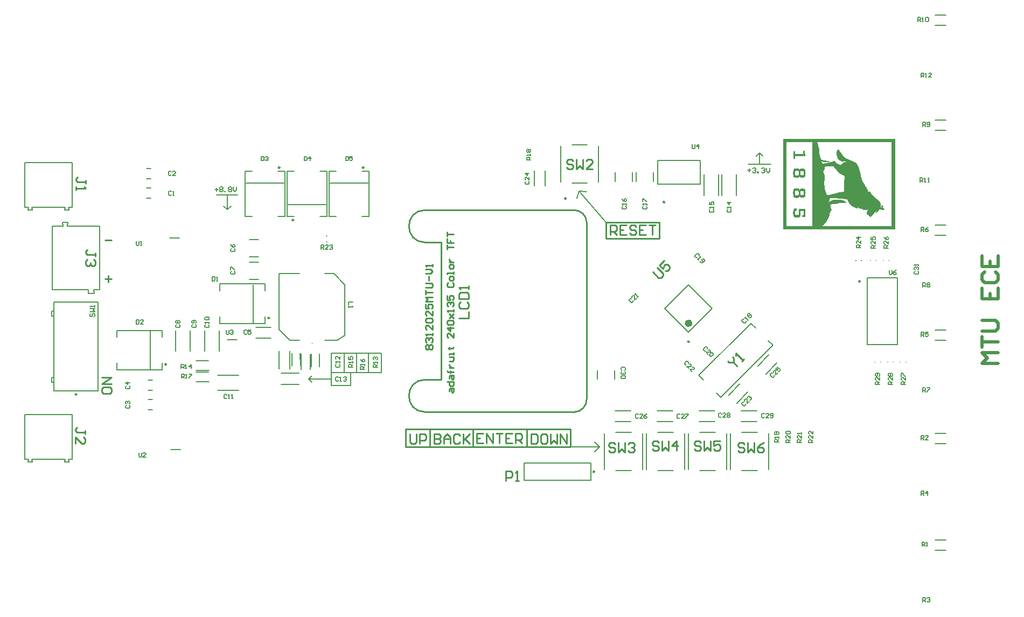
<source format=gto>
%TF.GenerationSoftware,Altium Limited,DefaultClient, ()*%
G04 Layer_Color=65535*
%FSLAX45Y45*%
%MOMM*%
%TF.SameCoordinates,AE975085-364B-4CEB-9B6D-173D2EE7C3AA*%
%TF.FilePolarity,Positive*%
%TF.FileFunction,Legend,Top*%
%TF.Part,Single*%
G01*
G75*
%TA.AperFunction,NonConductor*%
%ADD71C,0.60000*%
%ADD72C,0.25000*%
%ADD73C,0.25400*%
%ADD74C,0.10000*%
%ADD75C,0.20000*%
%ADD76C,0.12700*%
%ADD77C,0.17780*%
%ADD78C,0.50800*%
%ADD79C,0.20320*%
%ADD80C,0.15240*%
%ADD81C,0.15000*%
G36*
X13508438Y5398141D02*
X11748398D01*
X11748398Y6820541D01*
X13508438Y6820541D01*
Y5398141D01*
D02*
G37*
%LPC*%
G36*
X12538620Y6389511D02*
X12456006D01*
Y6385919D01*
X12416495D01*
Y6382327D01*
X12405719D01*
Y6360776D01*
X12402127D01*
Y6350000D01*
X12398535D01*
Y6339224D01*
X12394943D01*
Y6328448D01*
X12391351D01*
Y6321264D01*
X12387760D01*
Y6317673D01*
X12384168D01*
Y6310489D01*
X12380576D01*
Y6303305D01*
X12384168D01*
Y6292529D01*
X12387760D01*
Y6281754D01*
X12391351D01*
Y6270978D01*
X12394943D01*
Y6256610D01*
X12398535D01*
Y6245834D01*
X12402127D01*
Y6231467D01*
X12405719D01*
Y6177588D01*
X12402127D01*
Y6166812D01*
X12398535D01*
Y6159628D01*
X12394943D01*
Y6091382D01*
X12398535D01*
Y6062646D01*
X12402127D01*
Y6041095D01*
X12405719D01*
Y6026727D01*
X12409311D01*
Y6015951D01*
X12412903D01*
Y6001584D01*
X12416495D01*
Y5990808D01*
X12420087D01*
Y5976440D01*
X12423679D01*
Y5965664D01*
X12427271D01*
Y5954889D01*
X12430863D01*
Y5947705D01*
X12434454D01*
Y5940521D01*
X12438046D01*
Y5936929D01*
X12456006D01*
Y5940521D01*
X12473966D01*
Y5944113D01*
X12491925D01*
Y5947705D01*
X12506293D01*
Y5951297D01*
X12520661D01*
Y5954889D01*
X12535028D01*
Y5958481D01*
X12549396D01*
Y5962073D01*
X12563764D01*
Y5965664D01*
X12578131D01*
Y5969257D01*
X12592499D01*
Y5972848D01*
X12610458D01*
Y5976440D01*
X12624826D01*
Y5980032D01*
X12642786D01*
Y5983624D01*
X12664337D01*
Y5987216D01*
X12685889D01*
Y5990808D01*
X12703848D01*
Y6148853D01*
X12707440D01*
Y6159628D01*
X12711032D01*
Y6173996D01*
X12714624D01*
Y6188364D01*
X12718216D01*
Y6227875D01*
X12714624D01*
Y6235058D01*
X12711032D01*
Y6238650D01*
X12707440D01*
Y6242242D01*
X12703848D01*
Y6245834D01*
X12696664D01*
Y6249426D01*
X12693073D01*
Y6253018D01*
X12682297D01*
Y6256610D01*
X12671521D01*
Y6260202D01*
X12664337D01*
Y6263794D01*
X12657154D01*
Y6267386D01*
X12649970D01*
Y6270978D01*
X12646378D01*
Y6274570D01*
X12639194D01*
Y6278161D01*
X12635602D01*
Y6281754D01*
X12632010D01*
Y6285345D01*
X12628418D01*
Y6288937D01*
X12621234D01*
Y6296121D01*
X12617642D01*
Y6299713D01*
X12614050D01*
Y6303305D01*
X12610458D01*
Y6306897D01*
X12606867D01*
Y6310489D01*
X12603275D01*
Y6317673D01*
X12599683D01*
Y6321264D01*
X12596091D01*
Y6324857D01*
X12592499D01*
Y6328448D01*
X12588907D01*
Y6335632D01*
X12585315D01*
Y6339224D01*
X12581723D01*
Y6342816D01*
X12578131D01*
Y6346408D01*
X12574539D01*
Y6353592D01*
X12570947D01*
Y6357184D01*
X12567355D01*
Y6360776D01*
X12563764D01*
Y6364368D01*
X12560172D01*
Y6367960D01*
X12556580D01*
Y6371551D01*
X12552988D01*
Y6375143D01*
X12549396D01*
Y6378735D01*
X12545804D01*
Y6382327D01*
X12542212D01*
Y6385919D01*
X12538620D01*
Y6389511D01*
D02*
G37*
G36*
X12937323Y5746557D02*
X12933731D01*
Y5742966D01*
X12937323D01*
Y5746557D01*
D02*
G37*
G36*
X12287186Y6766663D02*
Y6759479D01*
X12290778D01*
Y6748703D01*
X12294370D01*
Y6737927D01*
X12297961D01*
Y6702008D01*
X12301554D01*
Y6694824D01*
X12305145D01*
Y6687640D01*
X12308737D01*
Y6680457D01*
X12312329D01*
Y6669681D01*
X12315921D01*
Y6637354D01*
X12319513D01*
Y6572699D01*
X12323105D01*
Y6561923D01*
X12326697D01*
Y6551147D01*
X12330289D01*
Y6540372D01*
X12333881D01*
Y6529596D01*
X12337473D01*
Y6518820D01*
X12341064D01*
Y6508044D01*
X12344657D01*
Y6497269D01*
X12348248D01*
Y6490085D01*
X12351840D01*
Y6493677D01*
X12369800D01*
Y6490085D01*
X12376984D01*
Y6486493D01*
X12387760D01*
Y6482901D01*
X12405719D01*
Y6479309D01*
X12423679D01*
Y6475717D01*
X12448822D01*
Y6472125D01*
X12477557D01*
Y6468533D01*
X12495517D01*
Y6464941D01*
X12466782D01*
Y6461350D01*
X12376984D01*
Y6464941D01*
X12355432D01*
Y6454166D01*
X12359024D01*
Y6443390D01*
X12362616D01*
Y6439798D01*
X12369800D01*
Y6436206D01*
X12398535D01*
Y6439798D01*
X12427271D01*
Y6443390D01*
X12445230D01*
Y6446982D01*
X12463190D01*
Y6450574D01*
X12477557D01*
Y6454166D01*
X12491925D01*
Y6457757D01*
X12502701D01*
Y6461350D01*
X12517069D01*
Y6464941D01*
X12527844D01*
Y6468533D01*
X12538620D01*
Y6472125D01*
X12560172D01*
Y6468533D01*
X12563764D01*
Y6464941D01*
X12567355D01*
Y6461350D01*
X12570947D01*
Y6457757D01*
X12574539D01*
Y6454166D01*
X12578131D01*
Y6450574D01*
X12581723D01*
Y6446982D01*
X12585315D01*
Y6443390D01*
X12588907D01*
Y6439798D01*
X12592499D01*
Y6436206D01*
X12599683D01*
Y6432614D01*
X12603275D01*
Y6429022D01*
X12610458D01*
Y6425430D01*
X12617642D01*
Y6421838D01*
X12628418D01*
Y6418246D01*
X12660745D01*
Y6421838D01*
X12667929D01*
Y6425430D01*
X12671521D01*
Y6429022D01*
X12675113D01*
Y6432614D01*
X12678705D01*
Y6436206D01*
X12682297D01*
Y6439798D01*
X12685889D01*
Y6443390D01*
X12689481D01*
Y6446982D01*
X12696664D01*
Y6450574D01*
X12703848D01*
Y6454166D01*
X12714624D01*
Y6457757D01*
X12743360D01*
Y6461350D01*
X12739768D01*
Y6464941D01*
X12732584D01*
Y6468533D01*
X12718216D01*
Y6472125D01*
X12703848D01*
Y6468533D01*
X12689481D01*
Y6464941D01*
X12682297D01*
Y6461350D01*
X12675113D01*
Y6464941D01*
X12667929D01*
Y6468533D01*
X12660745D01*
Y6472125D01*
X12653561D01*
Y6475717D01*
X12646378D01*
Y6479309D01*
X12639194D01*
Y6482901D01*
X12635602D01*
Y6486493D01*
X12628418D01*
Y6490085D01*
X12624826D01*
Y6493677D01*
X12621234D01*
Y6497269D01*
X12617642D01*
Y6500861D01*
X12614050D01*
Y6508044D01*
X12610458D01*
Y6511636D01*
X12606867D01*
Y6522412D01*
X12603275D01*
Y6529596D01*
X12599683D01*
Y6543964D01*
X12596091D01*
Y6558331D01*
X12592499D01*
Y6587067D01*
X12588907D01*
Y6608618D01*
X12592499D01*
Y6626578D01*
X12596091D01*
Y6637354D01*
X12599683D01*
Y6640945D01*
X12603275D01*
Y6644537D01*
X12606867D01*
Y6648129D01*
X12610458D01*
Y6651721D01*
X12617642D01*
Y6655313D01*
X12621234D01*
Y6651721D01*
X12624826D01*
Y6648129D01*
X12628418D01*
Y6640945D01*
X12632010D01*
Y6637354D01*
X12635602D01*
Y6630170D01*
X12639194D01*
Y6626578D01*
X12642786D01*
Y6619394D01*
X12646378D01*
Y6615802D01*
X12649970D01*
Y6608618D01*
X12653561D01*
Y6605026D01*
X12657154D01*
Y6597842D01*
X12660745D01*
Y6594250D01*
X12664337D01*
Y6587067D01*
X12667929D01*
Y6583475D01*
X12671521D01*
Y6576291D01*
X12675113D01*
Y6572699D01*
X12678705D01*
Y6569107D01*
X12682297D01*
Y6565515D01*
X12685889D01*
Y6558331D01*
X12689481D01*
Y6554739D01*
X12693073D01*
Y6551147D01*
X12696664D01*
Y6547556D01*
X12700257D01*
Y6543964D01*
X12703848D01*
Y6540372D01*
X12707440D01*
Y6536780D01*
X12711032D01*
Y6533188D01*
X12714624D01*
Y6529596D01*
X12718216D01*
Y6526004D01*
X12721808D01*
Y6522412D01*
X12728992D01*
Y6518820D01*
X12736176D01*
Y6515228D01*
X12739768D01*
Y6511636D01*
X12746951D01*
Y6508044D01*
X12754135D01*
Y6504453D01*
X12764911D01*
Y6500861D01*
X12772095D01*
Y6497269D01*
X12779279D01*
Y6493677D01*
X12786463D01*
Y6490085D01*
X12797238D01*
Y6486493D01*
X12804422D01*
Y6482901D01*
X12811606D01*
Y6479309D01*
X12822382D01*
Y6475717D01*
X12829565D01*
Y6472125D01*
X12840341D01*
Y6468533D01*
X12847525D01*
Y6464941D01*
X12858301D01*
Y6461350D01*
X12865485D01*
Y6457757D01*
X12872668D01*
Y6454166D01*
X12879852D01*
Y6450574D01*
X12883444D01*
Y6446982D01*
X12890628D01*
Y6443390D01*
X12894220D01*
Y6439798D01*
X12897812D01*
Y6436206D01*
X12901404D01*
Y6432614D01*
X12904996D01*
Y6429022D01*
X12908588D01*
Y6421838D01*
X12912180D01*
Y6418246D01*
X12915771D01*
Y6411063D01*
X12919363D01*
Y6403879D01*
X12922955D01*
Y6396695D01*
X12926547D01*
Y6393103D01*
X12930139D01*
Y6385919D01*
X12933731D01*
Y6375143D01*
X12937323D01*
Y6364368D01*
X12940915D01*
Y6353592D01*
X12944507D01*
Y6342816D01*
X12948099D01*
Y6328448D01*
X12951691D01*
Y6317673D01*
X12955283D01*
Y6303305D01*
X12958875D01*
Y6288937D01*
X12962466D01*
Y6274570D01*
X12966058D01*
Y6256610D01*
X12969650D01*
Y6242242D01*
X12973242D01*
Y6227875D01*
X12976834D01*
Y6209915D01*
X12980426D01*
Y6191956D01*
X12984018D01*
Y6181180D01*
X12987610D01*
Y6170404D01*
X12991202D01*
Y6163220D01*
X12994794D01*
Y6156036D01*
X12998386D01*
Y6148853D01*
X13001978D01*
Y6141669D01*
X13005569D01*
Y6138077D01*
X13009161D01*
Y6130893D01*
X13012753D01*
Y6127301D01*
X13016345D01*
Y6120117D01*
X13019937D01*
Y6116525D01*
X13023529D01*
Y6109341D01*
X13027121D01*
Y6102157D01*
X13030713D01*
Y6098566D01*
X13034305D01*
Y6091382D01*
X13037897D01*
Y6084198D01*
X13041489D01*
Y6077014D01*
X13045081D01*
Y6073422D01*
X13048672D01*
Y6066238D01*
X13052264D01*
Y6059054D01*
X13055856D01*
Y6055463D01*
X13059448D01*
Y6048279D01*
X13063040D01*
Y6041095D01*
X13066632D01*
Y6037503D01*
X13070224D01*
Y6030319D01*
X13073816D01*
Y6023135D01*
X13077408D01*
Y6019543D01*
X13081000D01*
Y6012360D01*
X13084592D01*
Y6001584D01*
X13081000D01*
Y5994400D01*
X13095367D01*
Y5997992D01*
X13098959D01*
Y5994400D01*
X13113327D01*
Y5990808D01*
X13120511D01*
Y5983624D01*
X13124103D01*
Y5972848D01*
X13127695D01*
Y5969257D01*
X13131287D01*
Y5962073D01*
X13134879D01*
Y5958481D01*
X13138470D01*
Y5954889D01*
X13142062D01*
Y5947705D01*
X13145654D01*
Y5944113D01*
X13149246D01*
Y5940521D01*
X13152838D01*
Y5936929D01*
X13156430D01*
Y5933337D01*
X13160022D01*
Y5929745D01*
X13163614D01*
Y5926154D01*
X13167206D01*
Y5922561D01*
X13170798D01*
Y5918970D01*
X13174390D01*
Y5915378D01*
X13177982D01*
Y5911786D01*
X13181573D01*
Y5908194D01*
X13185165D01*
Y5904602D01*
X13188757D01*
Y5901010D01*
X13192349D01*
Y5897418D01*
X13195941D01*
Y5893826D01*
X13199533D01*
Y5890234D01*
X13203125D01*
Y5886642D01*
X13206717D01*
Y5883050D01*
X13213901D01*
Y5879458D01*
X13217493D01*
Y5875867D01*
X13221085D01*
Y5872275D01*
X13228268D01*
Y5868683D01*
X13231860D01*
Y5865091D01*
X13235452D01*
Y5861499D01*
X13239044D01*
Y5857907D01*
X13242636D01*
Y5854315D01*
X13249820D01*
Y5850723D01*
X13253412D01*
Y5847131D01*
X13257004D01*
Y5843539D01*
X13260596D01*
Y5839947D01*
X13264188D01*
Y5836356D01*
X13267780D01*
Y5832764D01*
X13271371D01*
Y5829172D01*
X13274963D01*
Y5825580D01*
X13278555D01*
Y5814804D01*
X13282147D01*
Y5782477D01*
X13285739D01*
Y5775293D01*
X13282147D01*
Y5753741D01*
X13285739D01*
Y5750150D01*
X13292923D01*
Y5746557D01*
X13300107D01*
Y5742966D01*
X13307291D01*
Y5739374D01*
X13314474D01*
Y5735782D01*
X13321658D01*
Y5732190D01*
X13325250D01*
Y5728598D01*
X13332434D01*
Y5725006D01*
X13336026D01*
Y5721414D01*
X13339618D01*
Y5710638D01*
X13332434D01*
Y5707046D01*
X13289331D01*
Y5710638D01*
X13253412D01*
Y5714230D01*
X13246228D01*
Y5710638D01*
X13253412D01*
Y5707046D01*
X13257004D01*
Y5699863D01*
X13253412D01*
Y5696271D01*
X13249820D01*
Y5692679D01*
X13246228D01*
Y5689087D01*
X13242636D01*
Y5685495D01*
X13239044D01*
Y5681903D01*
X13235452D01*
Y5678311D01*
X13231860D01*
Y5674719D01*
X13228268D01*
Y5671127D01*
X13224677D01*
Y5667535D01*
X13221085D01*
Y5663943D01*
X13213901D01*
Y5660351D01*
X13192349D01*
Y5663943D01*
X13188757D01*
Y5660351D01*
X13185165D01*
Y5656760D01*
X13181573D01*
Y5653168D01*
X13177982D01*
Y5645984D01*
X13174390D01*
Y5642392D01*
X13170798D01*
Y5638800D01*
X13167206D01*
Y5631616D01*
X13163614D01*
Y5628024D01*
X13160022D01*
Y5624432D01*
X13156430D01*
Y5620840D01*
X13152838D01*
Y5617248D01*
X13149246D01*
Y5613657D01*
X13145654D01*
Y5610064D01*
X13142062D01*
Y5606473D01*
X13138470D01*
Y5602881D01*
X13134879D01*
Y5599289D01*
X13131287D01*
Y5595697D01*
X13113327D01*
Y5599289D01*
X13109735D01*
Y5602881D01*
X13106143D01*
Y5606473D01*
X13102551D01*
Y5610064D01*
X13098959D01*
Y5613657D01*
X13095367D01*
Y5617248D01*
X13091776D01*
Y5620840D01*
X13088184D01*
Y5624432D01*
X13084592D01*
Y5628024D01*
X13077408D01*
Y5631616D01*
X13073816D01*
Y5635208D01*
X13070224D01*
Y5638800D01*
X13066632D01*
Y5667535D01*
X13070224D01*
Y5692679D01*
X13073816D01*
Y5696271D01*
X13077408D01*
Y5699863D01*
X13081000D01*
Y5703454D01*
X13088184D01*
Y5707046D01*
X13091776D01*
Y5710638D01*
X13081000D01*
Y5707046D01*
X13059448D01*
Y5703454D01*
X13045081D01*
Y5699863D01*
X13009161D01*
Y5703454D01*
X13005569D01*
Y5707046D01*
X13001978D01*
Y5710638D01*
X12998386D01*
Y5714230D01*
X12994794D01*
Y5717822D01*
X12987610D01*
Y5721414D01*
X12980426D01*
Y5725006D01*
X12973242D01*
Y5728598D01*
X12944507D01*
Y5725006D01*
X12933731D01*
Y5742966D01*
X12926547D01*
Y5739374D01*
X12922955D01*
Y5735782D01*
X12915771D01*
Y5732190D01*
X12890628D01*
Y5735782D01*
X12883444D01*
Y5739374D01*
X12876260D01*
Y5742966D01*
X12869077D01*
Y5746557D01*
X12861893D01*
Y5750150D01*
X12854709D01*
Y5753741D01*
X12847525D01*
Y5757333D01*
X12843933D01*
Y5760925D01*
X12836749D01*
Y5764517D01*
X12829565D01*
Y5768109D01*
X12825974D01*
Y5771701D01*
X12822382D01*
Y5775293D01*
X12815198D01*
Y5778885D01*
X12811606D01*
Y5782477D01*
X12808014D01*
Y5786069D01*
X12804422D01*
Y5789661D01*
X12800830D01*
Y5793253D01*
X12797238D01*
Y5796844D01*
X12793646D01*
Y5804028D01*
X12790054D01*
Y5807620D01*
X12786463D01*
Y5811212D01*
X12782871D01*
Y5818396D01*
X12779279D01*
Y5825580D01*
X12775687D01*
Y5829172D01*
X12772095D01*
Y5839947D01*
X12768503D01*
Y5850723D01*
X12764911D01*
Y5865091D01*
X12761319D01*
Y5868683D01*
X12750543D01*
Y5872275D01*
X12732584D01*
Y5875867D01*
X12703848D01*
Y5879458D01*
X12667929D01*
Y5883050D01*
X12606867D01*
Y5886642D01*
X12488333D01*
Y5883050D01*
X12481149D01*
Y5857907D01*
X12477557D01*
Y5847131D01*
X12473966D01*
Y5843539D01*
X12470374D01*
Y5839947D01*
X12463190D01*
Y5836356D01*
X12459598D01*
Y5832764D01*
X12466782D01*
Y5836356D01*
X12477557D01*
Y5839947D01*
X12484741D01*
Y5843539D01*
X12495517D01*
Y5847131D01*
X12506293D01*
Y5850723D01*
X12513477D01*
Y5854315D01*
X12524252D01*
Y5857907D01*
X12531436D01*
Y5861499D01*
X12538620D01*
Y5865091D01*
X12549396D01*
Y5868683D01*
X12614050D01*
Y5865091D01*
X12642786D01*
Y5861499D01*
X12664337D01*
Y5857907D01*
X12685889D01*
Y5854315D01*
X12700257D01*
Y5850723D01*
X12714624D01*
Y5847131D01*
X12718216D01*
Y5839947D01*
X12721808D01*
Y5836356D01*
X12725400D01*
Y5829172D01*
X12728992D01*
Y5825580D01*
X12732584D01*
Y5821988D01*
X12736176D01*
Y5818396D01*
X12739768D01*
Y5811212D01*
X12621234D01*
Y5807620D01*
X12610458D01*
Y5804028D01*
X12592499D01*
Y5800436D01*
X12556580D01*
Y5796844D01*
X12531436D01*
Y5793253D01*
X12509885D01*
Y5789661D01*
X12495517D01*
Y5786069D01*
X12488333D01*
Y5778885D01*
X12491925D01*
Y5746557D01*
X12495517D01*
Y5739374D01*
X12499109D01*
Y5732190D01*
X12502701D01*
Y5725006D01*
X12506293D01*
Y5717822D01*
X12509885D01*
Y5707046D01*
X12506293D01*
Y5696271D01*
X12502701D01*
Y5689087D01*
X12499109D01*
Y5681903D01*
X12495517D01*
Y5678311D01*
X12491925D01*
Y5671127D01*
X12488333D01*
Y5667535D01*
X12484741D01*
Y5649576D01*
X12481149D01*
Y5631616D01*
X12477557D01*
Y5610064D01*
X12473966D01*
Y5592105D01*
X12470374D01*
Y5584921D01*
X12466782D01*
Y5581329D01*
X12463190D01*
Y5574145D01*
X12459598D01*
Y5566961D01*
X12456006D01*
Y5563370D01*
X12452414D01*
Y5556186D01*
X12448822D01*
Y5549002D01*
X12445230D01*
Y5541818D01*
X12441638D01*
Y5538226D01*
X12438046D01*
Y5531042D01*
X12434454D01*
Y5523858D01*
X12430863D01*
Y5520267D01*
X12427271D01*
Y5513083D01*
X12423679D01*
Y5509491D01*
X12420087D01*
Y5505899D01*
X12416495D01*
Y5502307D01*
X12412903D01*
Y5495123D01*
X12409311D01*
Y5491531D01*
X12405719D01*
Y5487939D01*
X12402127D01*
Y5484347D01*
X12398535D01*
Y5480756D01*
X12394943D01*
Y5473572D01*
X12391351D01*
Y5469980D01*
X12387760D01*
Y5466388D01*
X12380576D01*
Y5462796D01*
X12376984D01*
Y5459204D01*
X12369800D01*
Y5455612D01*
X12366208D01*
Y5452020D01*
X13450967D01*
Y6766663D01*
X13257004D01*
X12287186D01*
D02*
G37*
G36*
X13210309Y5689087D02*
X13206717D01*
Y5685495D01*
X13203125D01*
Y5681903D01*
X13199533D01*
Y5674719D01*
X13195941D01*
Y5671127D01*
X13192349D01*
Y5663943D01*
X13195941D01*
Y5667535D01*
X13199533D01*
Y5671127D01*
X13206717D01*
Y5674719D01*
X13210309D01*
Y5678311D01*
X13213901D01*
Y5685495D01*
X13210309D01*
Y5689087D01*
D02*
G37*
G36*
X12100406Y6766663D02*
X12096814D01*
X11802277D01*
Y5452020D01*
X12211755D01*
Y6766663D01*
X12100406D01*
D02*
G37*
%LPD*%
G36*
X13296515Y5775293D02*
X13303699D01*
X13303699Y5771701D01*
X13310883D01*
Y5768109D01*
X13314474D01*
Y5764517D01*
X13321658D01*
X13321658Y5760925D01*
X13325250D01*
Y5753741D01*
X13321658D01*
X13321658Y5750150D01*
X13310883D01*
Y5746557D01*
X13303699D01*
Y5750150D01*
X13300107D01*
Y5753741D01*
X13292923D01*
Y5778885D01*
X13296515D01*
Y5775293D01*
D02*
G37*
G36*
X12089630Y6633761D02*
X12089630Y6619394D01*
X12093222D01*
Y6594250D01*
X12096814D01*
Y6572699D01*
X12100406D01*
Y6551147D01*
X11938770D01*
Y6511636D01*
X11910034D01*
X11910034Y6630170D01*
X11938770Y6630169D01*
X11938770Y6587067D01*
X12068079D01*
Y6590658D01*
X12064487D01*
Y6619394D01*
X12060895D01*
Y6630170D01*
X12071671Y6630169D01*
Y6633762D01*
X12089630Y6633761D01*
D02*
G37*
G36*
X11989057Y6353592D02*
X11996240D01*
Y6350000D01*
X11999832D01*
Y6346408D01*
X12003424D01*
Y6342816D01*
X12007016D01*
Y6335632D01*
X12010608D01*
Y6342816D01*
X12014200D01*
Y6346408D01*
X12017792D01*
Y6350000D01*
X12024976Y6350000D01*
Y6353592D01*
X12046527Y6353592D01*
X12050119D01*
X12075263Y6353592D01*
Y6350000D01*
X12086038Y6350000D01*
Y6346408D01*
X12089630D01*
Y6342816D01*
X12093222D01*
Y6339224D01*
X12096814Y6339225D01*
Y6328449D01*
X12100406D01*
Y6288938D01*
X12103998Y6288937D01*
Y6278161D01*
X12100406Y6278162D01*
Y6238651D01*
X12096814D01*
Y6227875D01*
X12093222D01*
Y6224283D01*
X12089630Y6224282D01*
Y6220691D01*
X12086038D01*
Y6217099D01*
X12075263D01*
Y6213507D01*
X12024976D01*
Y6217099D01*
X12017792D01*
Y6220691D01*
X12014200D01*
X12014200Y6224283D01*
X12010608D01*
Y6231467D01*
X12007016D01*
X12007016Y6227875D01*
X12003424D01*
Y6220691D01*
X11999832D01*
Y6217099D01*
X11996240D01*
Y6213507D01*
X11989057D01*
Y6209915D01*
X11931586Y6209915D01*
Y6213507D01*
X11924402D01*
Y6217099D01*
X11917218D01*
Y6224283D01*
X11913626D01*
Y6231467D01*
X11910034D01*
X11910034Y6263794D01*
X11906442D01*
Y6303305D01*
X11910034D01*
Y6335632D01*
X11913626D01*
Y6342816D01*
X11917218D01*
Y6350000D01*
X11920810D01*
Y6353592D01*
X11931586Y6353592D01*
X11931586Y6357184D01*
X11989057D01*
Y6353592D01*
D02*
G37*
G36*
X11985464Y6041095D02*
X11996240D01*
Y6037503D01*
X11999832D01*
Y6033911D01*
X12003424Y6033911D01*
X12003424Y6026727D01*
X12007016D01*
Y6019543D01*
X12010608D01*
Y6030319D01*
X12014200D01*
X12014200Y6033911D01*
X12017792D01*
Y6037503D01*
X12032160D01*
Y6041095D01*
X12068079D01*
Y6037503D01*
X12082446D01*
Y6033911D01*
X12089630Y6033911D01*
Y6030319D01*
X12093222D01*
Y6023135D01*
X12096814D01*
Y6015951D01*
X12100406D01*
Y5972848D01*
X12103998D01*
Y5965664D01*
X12100406D01*
Y5926154D01*
X12096814D01*
Y5915378D01*
X12093222D01*
Y5908194D01*
X12089630Y5908194D01*
Y5904602D01*
X12078854D01*
Y5901010D01*
X12021384D01*
Y5904602D01*
X12014200D01*
Y5911786D01*
X12010608D01*
Y5918970D01*
X12007016D01*
Y5911786D01*
X12003424D01*
Y5904602D01*
X11999832D01*
X11999832Y5901010D01*
X11992648D01*
Y5897418D01*
X11981873D01*
Y5893826D01*
X11942361D01*
Y5897418D01*
X11927994D01*
Y5901010D01*
X11920810D01*
Y5904602D01*
X11917218D01*
Y5908194D01*
X11913626D01*
X11913626Y5918970D01*
X11910034D01*
X11910034Y5951297D01*
X11906443D01*
Y5990808D01*
X11910034D01*
X11910034Y6019543D01*
X11913626D01*
Y6030319D01*
X11917218D01*
Y6033911D01*
X11920810D01*
Y6037503D01*
X11924402D01*
Y6041095D01*
X11935178D01*
Y6044687D01*
X11985464D01*
Y6041095D01*
D02*
G37*
G36*
X11963913Y5692679D02*
X11949545D01*
Y5689087D01*
X11942361D01*
Y5685495D01*
X11938770D01*
X11938770Y5681903D01*
Y5631616D01*
X11942361D01*
Y5628024D01*
X11945954D01*
Y5624432D01*
X11985464D01*
Y5628024D01*
X11992648D01*
Y5638800D01*
X11996240D01*
Y5710638D01*
X11992648D01*
Y5725006D01*
X12096814D01*
Y5721414D01*
X12100406D01*
Y5592105D01*
X12050119D01*
X12050119Y5620840D01*
X12060895D01*
Y5624432D01*
X12071671D01*
Y5689087D01*
X12021384D01*
X12021384Y5685495D01*
X12024975D01*
X12024976Y5617248D01*
X12021384D01*
Y5602881D01*
X12017792Y5602881D01*
Y5599289D01*
X12014200D01*
Y5595697D01*
X12010608D01*
Y5592105D01*
X12007016D01*
Y5588513D01*
X11992648D01*
Y5584921D01*
X11938770D01*
X11938770Y5588513D01*
X11927994D01*
Y5592105D01*
X11920810D01*
Y5595697D01*
X11917218D01*
Y5599289D01*
X11913626D01*
X11913626Y5610064D01*
X11910034D01*
X11910034Y5638800D01*
X11906442D01*
Y5674719D01*
X11910034D01*
Y5703454D01*
X11913626Y5703454D01*
X11913626Y5714230D01*
X11917218D01*
Y5721414D01*
X11924402D01*
Y5725006D01*
X11931586D01*
Y5728598D01*
X11963913Y5728598D01*
Y5692679D01*
D02*
G37*
%LPC*%
G36*
X12057303Y6317673D02*
X12042935D01*
X12039343D01*
Y6314081D01*
X12028568D01*
Y6310489D01*
X12024976D01*
Y6303305D01*
X12021384D01*
Y6263794D01*
X12024976D01*
Y6256610D01*
X12028568D01*
Y6253018D01*
X12042935D01*
Y6249426D01*
X12053711D01*
Y6253018D01*
X12068079D01*
Y6256610D01*
X12071671D01*
Y6310489D01*
X12068079D01*
Y6314081D01*
X12057303D01*
Y6317673D01*
D02*
G37*
G36*
X11978281Y6321264D02*
X11949545D01*
Y6317673D01*
X11942361D01*
Y6314081D01*
X11938770D01*
Y6253018D01*
X11942361D01*
Y6249426D01*
X11949545D01*
Y6245834D01*
X11978281D01*
Y6249426D01*
X11985464D01*
Y6253018D01*
X11989057D01*
Y6256610D01*
X11992648D01*
Y6310489D01*
X11989057D01*
Y6314081D01*
X11985464D01*
Y6317673D01*
X11978281D01*
Y6321264D01*
D02*
G37*
G36*
X12064487Y6001584D02*
X12028568D01*
Y5997992D01*
X12024976D01*
Y5990808D01*
X12021384D01*
Y5947705D01*
X12024976D01*
Y5940521D01*
X12032160D01*
Y5936929D01*
X12064487D01*
Y5940521D01*
X12068079D01*
Y5944113D01*
X12071671D01*
Y5994400D01*
X12068079D01*
Y5997992D01*
X12064487D01*
Y6001584D01*
D02*
G37*
G36*
X11985464Y6005176D02*
X11945954D01*
Y6001584D01*
X11942361D01*
Y5997992D01*
X11938770D01*
Y5940521D01*
X11942361D01*
Y5936929D01*
X11945954D01*
Y5933337D01*
X11981873D01*
Y5936929D01*
X11989057D01*
Y5944113D01*
X11992648D01*
Y5994400D01*
X11989057D01*
Y6001584D01*
X11985464D01*
Y6005176D01*
D02*
G37*
%LPD*%
D71*
X10291600Y3922095D02*
G03*
X10291600Y3922095I-30000J0D01*
G01*
D72*
X10274100Y3632200D02*
G03*
X10274100Y3632200I-12500J0D01*
G01*
X12959599Y4580800D02*
G03*
X12959599Y4580800I-12500J0D01*
G01*
X9887500Y5829200D02*
G03*
X9887500Y5829200I-12500J0D01*
G01*
X3676200Y4006600D02*
G03*
X3676200Y4006600I-12500J0D01*
G01*
X645000Y2806000D02*
G03*
X645000Y2806000I-12500J0D01*
G01*
X8784700Y1590040D02*
G03*
X8784700Y1590040I-12500J0D01*
G01*
X2055680Y3277620D02*
G03*
X2055680Y3277620I-12500J0D01*
G01*
X3840060Y6371340D02*
G03*
X3840060Y6371340I-12500J0D01*
G01*
X4055460Y5546340D02*
G03*
X4055460Y5546340I-12500J0D01*
G01*
X5160860Y6371340D02*
G03*
X5160860Y6371340I-12500J0D01*
G01*
X8337500Y5885000D02*
G03*
X8337500Y5885000I-12500J0D01*
G01*
D73*
X6121400Y3035300D02*
G03*
X6121400Y2527300I0J-254000D01*
G01*
Y5702300D02*
G03*
X6121400Y5194300I0J-254000D01*
G01*
X8661400Y5511800D02*
G03*
X8458200Y5702300I-196850J-6350D01*
G01*
X8470897Y2527300D02*
G03*
X8661397Y2730500I-6350J196850D01*
G01*
X6121400Y5194300D02*
X6375400D01*
Y3035300D02*
Y5194300D01*
X6121400Y3035300D02*
X6375400D01*
X6121400Y5702300D02*
X8458200D01*
X6121400Y2527300D02*
X8470897D01*
X8661400Y5511800D02*
X8661400Y2730500D01*
X8397240Y2258060D02*
X8402957Y2257772D01*
X8402975Y2235200D01*
X7825740Y2258060D02*
X8397240D01*
X6703060D02*
X7825740D01*
X6085840D02*
X6703060D01*
X5816600D02*
X6085840D01*
X5816600Y2235200D02*
Y2258060D01*
X9801860Y5257800D02*
Y5511800D01*
X8966200Y5257800D02*
X9801860D01*
X8966200Y5511800D02*
X9801860D01*
X8966200Y5257800D02*
Y5511800D01*
X7717634Y1981200D02*
X8402975D01*
Y2235200D01*
X7717634Y1981200D02*
Y2258060D01*
X6248400Y1981200D02*
X7717634D01*
X6197600D02*
X6877505D01*
Y2258060D01*
X5816600Y1981200D02*
Y2235200D01*
Y1981200D02*
X6248400D01*
X6197600D02*
Y2255520D01*
X6146603Y3510280D02*
X6128276Y3528607D01*
Y3565262D01*
X6146603Y3583590D01*
X6164930D01*
X6183258Y3565262D01*
X6201585Y3583590D01*
X6219913D01*
X6238240Y3565262D01*
Y3528607D01*
X6219913Y3510280D01*
X6201585D01*
X6183258Y3528607D01*
X6164930Y3510280D01*
X6146603D01*
X6183258Y3528607D02*
Y3565262D01*
X6146603Y3620244D02*
X6128276Y3638572D01*
Y3675227D01*
X6146603Y3693554D01*
X6164930D01*
X6183258Y3675227D01*
Y3656899D01*
Y3675227D01*
X6201585Y3693554D01*
X6219913D01*
X6238240Y3675227D01*
Y3638572D01*
X6219913Y3620244D01*
X6238240Y3730209D02*
Y3766864D01*
Y3748536D01*
X6128276D01*
X6146603Y3730209D01*
X6238240Y3895156D02*
Y3821846D01*
X6164930Y3895156D01*
X6146603D01*
X6128276Y3876828D01*
Y3840173D01*
X6146603Y3821846D01*
Y3931811D02*
X6128276Y3950138D01*
Y3986793D01*
X6146603Y4005120D01*
X6219913D01*
X6238240Y3986793D01*
Y3950138D01*
X6219913Y3931811D01*
X6146603D01*
X6238240Y4115085D02*
Y4041775D01*
X6164930Y4115085D01*
X6146603D01*
X6128276Y4096757D01*
Y4060102D01*
X6146603Y4041775D01*
X6128276Y4225049D02*
Y4151739D01*
X6183258D01*
X6164930Y4188394D01*
Y4206722D01*
X6183258Y4225049D01*
X6219913D01*
X6238240Y4206722D01*
Y4170067D01*
X6219913Y4151739D01*
X6238240Y4261704D02*
X6128276D01*
X6164930Y4298359D01*
X6128276Y4335014D01*
X6238240D01*
X6128276Y4371668D02*
Y4444978D01*
Y4408323D01*
X6238240D01*
X6128276Y4481633D02*
X6219913D01*
X6238240Y4499960D01*
Y4536615D01*
X6219913Y4554943D01*
X6128276D01*
X6183258Y4591597D02*
Y4664907D01*
X6128276Y4701562D02*
X6201585D01*
X6238240Y4738217D01*
X6201585Y4774872D01*
X6128276D01*
X6238240Y4811526D02*
Y4848181D01*
Y4829854D01*
X6128276D01*
X6146603Y4811526D01*
X6498188Y2849028D02*
Y2882884D01*
X6515116Y2899812D01*
X6565900D01*
Y2849028D01*
X6548972Y2832100D01*
X6532044Y2849028D01*
Y2899812D01*
X6464333Y3001379D02*
X6565900D01*
Y2950595D01*
X6548972Y2933667D01*
X6515116D01*
X6498188Y2950595D01*
Y3001379D01*
Y3052163D02*
Y3086018D01*
X6515116Y3102946D01*
X6565900D01*
Y3052163D01*
X6548972Y3035235D01*
X6532044Y3052163D01*
Y3102946D01*
X6565900Y3153730D02*
X6481260D01*
X6515116D01*
Y3136802D01*
Y3170658D01*
Y3153730D01*
X6481260D01*
X6464333Y3170658D01*
X6498188Y3221441D02*
X6565900D01*
X6532044D01*
X6515116Y3238369D01*
X6498188Y3255297D01*
Y3272225D01*
Y3323009D02*
X6548972D01*
X6565900Y3339936D01*
Y3390720D01*
X6498188D01*
X6565900Y3424576D02*
Y3458431D01*
Y3441504D01*
X6498188D01*
Y3424576D01*
X6481260Y3526143D02*
X6498188D01*
Y3509215D01*
Y3543071D01*
Y3526143D01*
X6548972D01*
X6565900Y3543071D01*
Y3763133D02*
Y3695422D01*
X6498188Y3763133D01*
X6481260D01*
X6464333Y3746205D01*
Y3712350D01*
X6481260Y3695422D01*
X6565900Y3847773D02*
X6464333D01*
X6515116Y3796989D01*
Y3864700D01*
X6481260Y3898556D02*
X6464333Y3915484D01*
Y3949340D01*
X6481260Y3966268D01*
X6548972D01*
X6565900Y3949340D01*
Y3915484D01*
X6548972Y3898556D01*
X6481260D01*
X6498188Y4000124D02*
X6565900Y4067835D01*
X6532044Y4033979D01*
X6498188Y4067835D01*
X6565900Y4000124D01*
Y4101691D02*
Y4135546D01*
Y4118619D01*
X6464333D01*
X6481260Y4101691D01*
Y4186330D02*
X6464333Y4203258D01*
Y4237114D01*
X6481260Y4254042D01*
X6498188D01*
X6515116Y4237114D01*
Y4220186D01*
Y4237114D01*
X6532044Y4254042D01*
X6548972D01*
X6565900Y4237114D01*
Y4203258D01*
X6548972Y4186330D01*
X6464333Y4355609D02*
Y4287897D01*
X6515116D01*
X6498188Y4321753D01*
Y4338681D01*
X6515116Y4355609D01*
X6548972D01*
X6565900Y4338681D01*
Y4304825D01*
X6548972Y4287897D01*
X6481260Y4558743D02*
X6464333Y4541815D01*
Y4507960D01*
X6481260Y4491032D01*
X6548972D01*
X6565900Y4507960D01*
Y4541815D01*
X6548972Y4558743D01*
X6565900Y4609527D02*
Y4643383D01*
X6548972Y4660310D01*
X6515116D01*
X6498188Y4643383D01*
Y4609527D01*
X6515116Y4592599D01*
X6548972D01*
X6565900Y4609527D01*
Y4694166D02*
Y4728022D01*
Y4711094D01*
X6464333D01*
Y4694166D01*
X6565900Y4795734D02*
Y4829589D01*
X6548972Y4846517D01*
X6515116D01*
X6498188Y4829589D01*
Y4795734D01*
X6515116Y4778806D01*
X6548972D01*
X6565900Y4795734D01*
X6498188Y4880373D02*
X6565900D01*
X6532044D01*
X6515116Y4897301D01*
X6498188Y4914229D01*
Y4931157D01*
X6464333Y5083507D02*
Y5151219D01*
Y5117363D01*
X6565900D01*
X6464333Y5252786D02*
Y5185075D01*
X6515116D01*
Y5218930D01*
Y5185075D01*
X6565900D01*
X6464333Y5286642D02*
Y5354353D01*
Y5320498D01*
X6565900D01*
X1041449Y2895575D02*
Y2844792D01*
X1066841Y2819400D01*
X1168408D01*
X1193800Y2844792D01*
Y2895575D01*
X1168408Y2920967D01*
X1066841D01*
X1041449Y2895575D01*
X1193800Y2971750D02*
X1041449D01*
X1193800Y3073318D01*
X1041449D01*
X1092200Y5232400D02*
X1193767D01*
X1092200Y4622783D02*
X1193767D01*
X1142983Y4673567D02*
Y4572000D01*
X9029700Y5311140D02*
Y5463491D01*
X9105875D01*
X9131267Y5438099D01*
Y5387315D01*
X9105875Y5361923D01*
X9029700D01*
X9080483D02*
X9131267Y5311140D01*
X9283618Y5463491D02*
X9182051D01*
Y5311140D01*
X9283618D01*
X9182051Y5387315D02*
X9232834D01*
X9435969Y5438099D02*
X9410577Y5463491D01*
X9359793D01*
X9334401Y5438099D01*
Y5412707D01*
X9359793Y5387315D01*
X9410577D01*
X9435969Y5361923D01*
Y5336532D01*
X9410577Y5311140D01*
X9359793D01*
X9334401Y5336532D01*
X9588319Y5463491D02*
X9486752D01*
Y5311140D01*
X9588319D01*
X9486752Y5387315D02*
X9537536D01*
X9639103Y5463491D02*
X9740670D01*
X9689886D01*
Y5311140D01*
X7788064Y2181253D02*
Y2028902D01*
X7864240D01*
X7889632Y2054294D01*
Y2155861D01*
X7864240Y2181253D01*
X7788064D01*
X8016591D02*
X7965807D01*
X7940415Y2155861D01*
Y2054294D01*
X7965807Y2028902D01*
X8016591D01*
X8041982Y2054294D01*
Y2155861D01*
X8016591Y2181253D01*
X8092766D02*
Y2028902D01*
X8143549Y2079686D01*
X8194333Y2028902D01*
Y2181253D01*
X8245117Y2028902D02*
Y2181253D01*
X8346684Y2028902D01*
Y2181253D01*
X7032786Y2191064D02*
X6931219D01*
Y2038713D01*
X7032786D01*
X6931219Y2114888D02*
X6982002D01*
X7083570Y2038713D02*
Y2191064D01*
X7185137Y2038713D01*
Y2191064D01*
X7235920D02*
X7337487D01*
X7286704D01*
Y2038713D01*
X7489838Y2191064D02*
X7388271D01*
Y2038713D01*
X7489838D01*
X7388271Y2114888D02*
X7439054D01*
X7540622Y2038713D02*
Y2191064D01*
X7616797D01*
X7642189Y2165672D01*
Y2114888D01*
X7616797Y2089496D01*
X7540622D01*
X7591405D02*
X7642189Y2038713D01*
X6260478Y2183742D02*
Y2031392D01*
X6336653D01*
X6362045Y2056784D01*
Y2082175D01*
X6336653Y2107567D01*
X6260478D01*
X6336653D01*
X6362045Y2132959D01*
Y2158351D01*
X6336653Y2183742D01*
X6260478D01*
X6412829Y2031392D02*
Y2132959D01*
X6463612Y2183742D01*
X6514396Y2132959D01*
Y2031392D01*
Y2107567D01*
X6412829D01*
X6666747Y2158351D02*
X6641355Y2183742D01*
X6590571D01*
X6565179Y2158351D01*
Y2056784D01*
X6590571Y2031392D01*
X6641355D01*
X6666747Y2056784D01*
X6717530Y2183742D02*
Y2031392D01*
Y2082175D01*
X6819097Y2183742D01*
X6742922Y2107567D01*
X6819097Y2031392D01*
X5882640Y2185207D02*
Y2058248D01*
X5908032Y2032856D01*
X5958815D01*
X5984207Y2058248D01*
Y2185207D01*
X6034990Y2032856D02*
Y2185207D01*
X6111166D01*
X6136558Y2159815D01*
Y2109032D01*
X6111166Y2083640D01*
X6034990D01*
X6654825Y4000582D02*
X6807175D01*
Y4102150D01*
X6680217Y4254500D02*
X6654825Y4229108D01*
Y4178325D01*
X6680217Y4152933D01*
X6781783D01*
X6807175Y4178325D01*
Y4229108D01*
X6781783Y4254500D01*
X6654825Y4305284D02*
X6807175D01*
Y4381459D01*
X6781783Y4406851D01*
X6680217D01*
X6654825Y4381459D01*
Y4305284D01*
X6807175Y4457634D02*
Y4508418D01*
Y4483026D01*
X6654825D01*
X6680217Y4457634D01*
X10456233Y2048784D02*
X10430841Y2074175D01*
X10380058D01*
X10354666Y2048784D01*
Y2023392D01*
X10380058Y1998000D01*
X10430841D01*
X10456233Y1972608D01*
Y1947217D01*
X10430841Y1921825D01*
X10380058D01*
X10354666Y1947217D01*
X10507017Y2074175D02*
Y1921825D01*
X10557800Y1972608D01*
X10608584Y1921825D01*
Y2074175D01*
X10760935D02*
X10659367D01*
Y1998000D01*
X10710151Y2023392D01*
X10735543D01*
X10760935Y1998000D01*
Y1947217D01*
X10735543Y1921825D01*
X10684759D01*
X10659367Y1947217D01*
X9795833Y2048784D02*
X9770441Y2074175D01*
X9719658D01*
X9694266Y2048784D01*
Y2023392D01*
X9719658Y1998000D01*
X9770441D01*
X9795833Y1972608D01*
Y1947217D01*
X9770441Y1921825D01*
X9719658D01*
X9694266Y1947217D01*
X9846617Y2074175D02*
Y1921825D01*
X9897400Y1972608D01*
X9948184Y1921825D01*
Y2074175D01*
X10075143Y1921825D02*
Y2074175D01*
X9998967Y1998000D01*
X10100535D01*
X9105933Y2019283D02*
X9080541Y2044675D01*
X9029758D01*
X9004366Y2019283D01*
Y1993892D01*
X9029758Y1968500D01*
X9080541D01*
X9105933Y1943108D01*
Y1917717D01*
X9080541Y1892325D01*
X9029758D01*
X9004366Y1917717D01*
X9156717Y2044675D02*
Y1892325D01*
X9207500Y1943108D01*
X9258284Y1892325D01*
Y2044675D01*
X9309067Y2019283D02*
X9334459Y2044675D01*
X9385243D01*
X9410634Y2019283D01*
Y1993892D01*
X9385243Y1968500D01*
X9359851D01*
X9385243D01*
X9410634Y1943108D01*
Y1917717D01*
X9385243Y1892325D01*
X9334459D01*
X9309067Y1917717D01*
X11137933Y2019283D02*
X11112541Y2044675D01*
X11061758D01*
X11036366Y2019283D01*
Y1993892D01*
X11061758Y1968500D01*
X11112541D01*
X11137933Y1943108D01*
Y1917717D01*
X11112541Y1892325D01*
X11061758D01*
X11036366Y1917717D01*
X11188717Y2044675D02*
Y1892325D01*
X11239500Y1943108D01*
X11290284Y1892325D01*
Y2044675D01*
X11442634D02*
X11391851Y2019283D01*
X11341067Y1968500D01*
Y1917717D01*
X11366459Y1892325D01*
X11417243D01*
X11442634Y1917717D01*
Y1943108D01*
X11417243Y1968500D01*
X11341067D01*
X10880137Y3322145D02*
X10898092Y3304190D01*
X10969910D01*
X10969911Y3376009D01*
X10951956Y3393964D01*
X10969910Y3304190D02*
X11023774Y3250326D01*
X11095594Y3322145D02*
X11131503Y3358054D01*
X11113548Y3340100D01*
X11005820Y3447828D01*
Y3411919D01*
X9698862Y4726591D02*
X9788636Y4636817D01*
X9824546D01*
X9860455Y4672726D01*
Y4708636D01*
X9770681Y4798410D01*
X9878410Y4906138D02*
X9806591Y4834319D01*
X9860455Y4780455D01*
X9878410Y4834319D01*
X9896364Y4852274D01*
X9932274D01*
X9968183Y4816364D01*
Y4780455D01*
X9932274Y4744546D01*
X9896364D01*
X8448433Y6475784D02*
X8423041Y6501175D01*
X8372258D01*
X8346866Y6475784D01*
Y6450392D01*
X8372258Y6425000D01*
X8423041D01*
X8448433Y6399608D01*
Y6374217D01*
X8423041Y6348825D01*
X8372258D01*
X8346866Y6374217D01*
X8499216Y6501175D02*
Y6348825D01*
X8550000Y6399608D01*
X8600784Y6348825D01*
Y6501175D01*
X8753134Y6348825D02*
X8651567D01*
X8753134Y6450392D01*
Y6475784D01*
X8727743Y6501175D01*
X8676959D01*
X8651567Y6475784D01*
X7391433Y1447825D02*
Y1600175D01*
X7467608D01*
X7493000Y1574783D01*
Y1524000D01*
X7467608Y1498608D01*
X7391433D01*
X7543784Y1447825D02*
X7594567D01*
X7569176D01*
Y1600175D01*
X7543784Y1574783D01*
X939775Y4978392D02*
Y5029175D01*
Y5003783D01*
X812817D01*
X787425Y5029175D01*
Y5054567D01*
X812817Y5079959D01*
X914383Y4927608D02*
X939775Y4902216D01*
Y4851433D01*
X914383Y4826041D01*
X888992D01*
X863600Y4851433D01*
Y4876825D01*
Y4851433D01*
X838208Y4826041D01*
X812817D01*
X787425Y4851433D01*
Y4902216D01*
X812817Y4927608D01*
X774676Y2184391D02*
Y2235175D01*
Y2209783D01*
X647717D01*
X622325Y2235175D01*
Y2260567D01*
X647717Y2285959D01*
X622325Y2032041D02*
Y2133608D01*
X723892Y2032041D01*
X749284D01*
X774676Y2057433D01*
Y2108216D01*
X749284Y2133608D01*
X784225Y6122102D02*
Y6172886D01*
Y6147494D01*
X657266D01*
X631875Y6172886D01*
Y6198277D01*
X657266Y6223669D01*
X631875Y6071318D02*
Y6020535D01*
Y6045926D01*
X784225D01*
X758833Y6071318D01*
D74*
X4343400Y3608300D02*
G03*
X4343400Y3598300I0J-5000D01*
G01*
D02*
G03*
X4343400Y3608300I0J5000D01*
G01*
D75*
X10261600Y4530207D02*
X10636367Y4155440D01*
X9886833D02*
X10261600Y3780673D01*
X9886833Y4155440D02*
X10261600Y4530207D01*
Y3780673D02*
X10636367Y4155440D01*
X3013500Y3661600D02*
X3166000D01*
X13069600Y3589800D02*
Y4639800D01*
X13549600Y3589800D02*
Y4639800D01*
X13069600D02*
X13549600D01*
X13069600Y3589800D02*
X13549600D01*
X9775000Y6114200D02*
Y6484200D01*
X10445000D01*
Y6114200D02*
Y6484200D01*
X9775000Y6114200D02*
X10445000D01*
X2895700Y3918100D02*
X3606700D01*
X2895700Y4431600D02*
Y4540100D01*
Y3918100D02*
Y4026600D01*
Y4540100D02*
X3606700D01*
Y4431600D02*
Y4540100D01*
Y3918100D02*
Y4026600D01*
X3421200Y3929100D02*
Y4529100D01*
X14139532Y8606067D02*
X14309534D01*
X14139000Y8766800D02*
X14309000D01*
X2520673Y3177060D02*
X2721886D01*
X2520673Y3007060D02*
X2721886D01*
X13279601Y3312300D02*
Y3317300D01*
X13189600Y3312300D02*
Y3317300D01*
X10257800Y1622500D02*
Y2187500D01*
X10435300Y2205000D02*
X10680300D01*
X10857800Y1622500D02*
Y2187500D01*
X10435300Y1605000D02*
X10680300D01*
X10735000Y5933089D02*
Y6258911D01*
X10504178Y5933089D02*
Y6258911D01*
X254750Y4038600D02*
X285250D01*
Y4114800D01*
X254750D02*
X285250D01*
X254750Y4038600D02*
Y4114800D01*
Y2997200D02*
X285250D01*
Y3073400D01*
X254750D02*
X285250D01*
X254750Y2997200D02*
Y3073400D01*
X285000Y2856000D02*
X985000D01*
Y4256000D01*
X285000D02*
X985000D01*
X285000Y2856000D02*
Y4256000D01*
X11093493Y2549407D02*
X11334707D01*
X11093493Y2378193D02*
X11334707D01*
X3859893Y2957393D02*
X4141107D01*
X3859893Y3138607D02*
X4141107D01*
X2857290Y2866690D02*
X3187910D01*
X2857290Y3102310D02*
X3187910D01*
X11352046Y3249311D02*
X11525869Y3423134D01*
X11476371Y3124986D02*
X11650194Y3298809D01*
X11516705Y3649459D02*
X11587415Y3578749D01*
X11244469Y3921695D02*
X11315179Y3850985D01*
X10424225Y3101451D02*
X11244469Y3921695D01*
X10696461Y2829215D02*
X10767171Y2758505D01*
X10424225Y3101451D02*
X10494935Y3030741D01*
X10767171Y2758505D02*
X11587415Y3578749D01*
X9441600Y6153000D02*
Y6293000D01*
X9711600Y6153000D02*
Y6293000D01*
X3828400Y4703300D02*
X4143400D01*
X3828400Y3828300D02*
Y4703300D01*
Y3828300D02*
X3993400Y3653300D01*
X4143400D01*
X4543400Y4703300D02*
X4693400D01*
X4858400Y4528300D01*
Y3728300D02*
Y4528300D01*
X4743400Y3653300D02*
X4858400Y3728300D01*
X4543400Y3653300D02*
X4743400D01*
X-58800Y1783600D02*
X465200D01*
X-166800D02*
X-108800D01*
X-116300Y1743600D02*
X-51300D01*
X-116300D02*
X-108800Y1783600D01*
X-58800D02*
X-51300Y1743600D01*
X515200Y1783600D02*
X573200D01*
X457700Y1743600D02*
X465200Y1783600D01*
X515200D02*
X522700Y1743600D01*
X457700D02*
X522700D01*
X-166800Y2483600D02*
X573200D01*
Y1783600D02*
Y2483600D01*
X-166800Y1783600D02*
Y2483600D01*
X259991Y4452981D02*
X259993Y5452987D01*
X422493Y5512987D02*
X507493D01*
X499993Y5452987D02*
X507493Y5512987D01*
X422493D02*
X429993Y5452987D01*
X259993D02*
X429993D01*
X1009991Y4452981D02*
Y5452987D01*
X499993D02*
X1009991D01*
X824991Y4392981D02*
X919991D01*
X914991Y4452981D02*
X919991Y4392981D01*
X824991D02*
X829991Y4452981D01*
X914991D02*
X1009991D01*
X259991D02*
X829991D01*
X7681200Y1724540D02*
X8727200D01*
Y1455540D02*
Y1724540D01*
X7681200Y1455540D02*
X8727200D01*
X7681200D02*
Y1724540D01*
X3460793Y3686293D02*
X3702007Y3686293D01*
X3460793Y3857507D02*
X3702007Y3857507D01*
X3364080Y4967860D02*
X3504080D01*
X3364080Y5237860D02*
X3504080D01*
X3364080Y4612260D02*
X3504080D01*
X3364080Y4882260D02*
X3504080D01*
X2426811Y3481989D02*
Y3807811D01*
X2195989Y3481989D02*
Y3807811D01*
X2655411Y3481989D02*
Y3807811D01*
X2424589Y3481989D02*
Y3807811D01*
X2884011Y3481989D02*
Y3807811D01*
X2653189Y3481989D02*
Y3807811D01*
X11014400Y5933089D02*
Y6258911D01*
X10783578Y5933089D02*
Y6258911D01*
X9381400Y6153000D02*
Y6293000D01*
X9111400Y6153000D02*
Y6293000D01*
X11019171Y2667786D02*
X11192994Y2841609D01*
X10894846Y2792111D02*
X11068669Y2965934D01*
X7839393Y6083787D02*
Y6325000D01*
X8010607Y6083787D02*
Y6325000D01*
X9112293Y2549407D02*
X9353507D01*
X9112293Y2378193D02*
X9353507D01*
X9772693Y2549407D02*
X10013907D01*
X9772693Y2378193D02*
X10013907D01*
X10433093Y2549407D02*
X10674307D01*
X10433093Y2378193D02*
X10674307D01*
X8831200Y3044040D02*
Y3184040D01*
X9101200Y3044040D02*
Y3184040D01*
X1800680Y3200120D02*
Y3800120D01*
X1986180Y3189120D02*
Y3297620D01*
Y3702620D02*
Y3811120D01*
X1275180D02*
X1986180D01*
X1275180Y3189120D02*
Y3297620D01*
Y3702620D02*
Y3811120D01*
Y3189120D02*
X1986180D01*
X3305060Y6128840D02*
X3905060D01*
X3807560Y6314340D02*
X3916060D01*
X3294060D02*
X3402560D01*
X3294060Y5603340D02*
Y6314340D01*
X3807560Y5603340D02*
X3916060D01*
X3294060D02*
X3402560D01*
X3916060D02*
Y6314340D01*
X3965460Y5788840D02*
X4565460D01*
X3954460Y5603340D02*
X4062960D01*
X4467960D02*
X4576460D01*
Y6314340D01*
X3954460D02*
X4062960D01*
X4467960D02*
X4576460D01*
X3954460Y5603340D02*
Y6314340D01*
X4625860Y6128840D02*
X5225860D01*
X5128360Y6314340D02*
X5236860D01*
X4614860D02*
X4723360D01*
X4614860Y5603340D02*
Y6314340D01*
X5128360Y5603340D02*
X5236860D01*
X4614860D02*
X4723360D01*
X5236860D02*
Y6314340D01*
X-58800Y5746000D02*
X465200D01*
X-166800D02*
X-108800D01*
X-116300Y5706000D02*
X-51300D01*
X-116300D02*
X-108800Y5746000D01*
X-58800D02*
X-51300Y5706000D01*
X515200Y5746000D02*
X573200D01*
X457700Y5706000D02*
X465200Y5746000D01*
X515200D02*
X522700Y5706000D01*
X457700D02*
X522700D01*
X-166800Y6446000D02*
X573200D01*
Y5746000D02*
Y6446000D01*
X-166800Y5746000D02*
Y6446000D01*
X14139532Y351067D02*
X14309534D01*
X14139000Y511800D02*
X14309000D01*
X14139532Y2027467D02*
X14309534D01*
X14139000Y2188200D02*
X14309000D01*
X14139532Y3653067D02*
X14309534D01*
X14139000Y3813800D02*
X14309000D01*
X14139532Y5304067D02*
X14309534D01*
X14139000Y5464800D02*
X14309000D01*
X14139532Y6955067D02*
X14309534D01*
X14139000Y7115800D02*
X14309000D01*
X8250000Y6142500D02*
Y6707500D01*
X8427500Y6725000D02*
X8672500D01*
X8850000Y6142500D02*
Y6707500D01*
X8427500Y6125000D02*
X8672500D01*
X2108200Y5266500D02*
X2260700D01*
X2120900Y1939100D02*
X2273400D01*
X4572500Y5295000D02*
X4577500D01*
X4572500Y5205000D02*
X4577500D01*
X10918200Y1622500D02*
Y2187500D01*
X11095700Y2205000D02*
X11340700D01*
X11518200Y1622500D02*
Y2187500D01*
X11095700Y1605000D02*
X11340700D01*
X9114500D02*
X9359500D01*
X9537000Y1622500D02*
Y2187500D01*
X9114500Y2205000D02*
X9359500D01*
X8937000Y1622500D02*
Y2187500D01*
X9597400Y1622500D02*
Y2187500D01*
X9774900Y2205000D02*
X10019900D01*
X10197400Y1622500D02*
Y2187500D01*
X9774900Y1605000D02*
X10019900D01*
X12979601Y4912300D02*
Y4917300D01*
X12889600Y4912300D02*
Y4917300D01*
X13208200Y4912500D02*
Y4917500D01*
X13118201Y4912500D02*
Y4917500D01*
X13411400Y4912500D02*
Y4917500D01*
X13321400Y4912500D02*
Y4917500D01*
X13679601Y3312300D02*
Y3317300D01*
X13589600Y3312300D02*
Y3317300D01*
X13479601Y3312300D02*
Y3317300D01*
X13389600Y3312300D02*
Y3317300D01*
D76*
X1771033Y2866400D02*
X1835767D01*
X1771033Y3026400D02*
X1835767D01*
X1745633Y6049000D02*
X1810367D01*
X1745633Y5889000D02*
X1810367D01*
X1745633Y6353800D02*
X1810367D01*
X1745633Y6193800D02*
X1810367D01*
X1771033Y2561600D02*
X1835767D01*
X1771033Y2721600D02*
X1835767D01*
D77*
X4159232Y3455104D02*
X4160523Y3253669D01*
X2520120Y3155926D02*
X2719825D01*
X2520614Y3329676D02*
X2720319D01*
X4335146Y3243709D02*
Y3444922D01*
X4462654Y3243572D02*
Y3444785D01*
X4314956Y3195443D02*
Y3436656D01*
X4176879Y3198371D02*
Y3439584D01*
X4024676Y3455147D02*
X4026586Y3253465D01*
X3990949Y3484838D02*
X3992859Y3206381D01*
X3825667Y3486850D02*
X3827578Y3208393D01*
X11379200Y6604000D02*
X11430000Y6553200D01*
X11328400D02*
X11379200Y6604000D01*
Y6426200D02*
Y6604000D01*
Y6426200D02*
X11557000D01*
X11201400D02*
X11557000D01*
X2953701Y5762471D02*
X3010268Y5713446D01*
X3073400Y5765800D01*
X3009900Y5943600D02*
X3010268Y5713446D01*
X2844800Y5943600D02*
X3175000D01*
X8788400Y1905000D02*
X8864600Y1981200D01*
X8788400Y2057400D02*
X8864600Y1981200D01*
X8402975D02*
X8864600D01*
X4292600Y3048000D02*
X4343400Y2997200D01*
X4292600Y3048000D02*
X4343400Y3098800D01*
X4292600Y3048000D02*
X4648200D01*
X4953000Y2946400D02*
Y3149600D01*
X4648200Y2946400D02*
X4953000D01*
X4648200D02*
Y3149600D01*
X4851400D02*
Y3454400D01*
X5041900Y3149600D02*
Y3454400D01*
X5232400Y3149600D02*
Y3454400D01*
X4648200Y3149600D02*
Y3454400D01*
Y3149600D02*
X5435600D01*
Y3454400D01*
X4648200D02*
X5435600D01*
X8541707Y6002206D02*
X8661400Y5994400D01*
X8509000Y5892800D02*
X8541707Y6002206D01*
X8966200Y5511800D01*
X11193780Y6329668D02*
X11244563D01*
X11219172Y6355059D02*
Y6304276D01*
X11269955Y6355059D02*
X11282651Y6367755D01*
X11308043D01*
X11320739Y6355059D01*
Y6342363D01*
X11308043Y6329668D01*
X11295347D01*
X11308043D01*
X11320739Y6316972D01*
Y6304276D01*
X11308043Y6291580D01*
X11282651D01*
X11269955Y6304276D01*
X11346131Y6291580D02*
Y6304276D01*
X11358827D01*
Y6291580D01*
X11346131D01*
X11409610Y6355059D02*
X11422306Y6367755D01*
X11447698D01*
X11460394Y6355059D01*
Y6342363D01*
X11447698Y6329668D01*
X11435002D01*
X11447698D01*
X11460394Y6316972D01*
Y6304276D01*
X11447698Y6291580D01*
X11422306D01*
X11409610Y6304276D01*
X11485786Y6367755D02*
Y6316972D01*
X11511177Y6291580D01*
X11536569Y6316972D01*
Y6367755D01*
D78*
X15125700Y3289300D02*
X14871782D01*
X14956421Y3373939D01*
X14871782Y3458579D01*
X15125700D01*
X14871782Y3543218D02*
Y3712497D01*
Y3627857D01*
X15125700D01*
X14871782Y3797136D02*
X15083380D01*
X15125700Y3839456D01*
Y3924095D01*
X15083380Y3966414D01*
X14871782D01*
Y4474250D02*
Y4304972D01*
X15125700D01*
Y4474250D01*
X14998741Y4304972D02*
Y4389611D01*
X14914102Y4728168D02*
X14871782Y4685849D01*
Y4601209D01*
X14914102Y4558890D01*
X15083380D01*
X15125700Y4601209D01*
Y4685849D01*
X15083380Y4728168D01*
X14871782Y4982086D02*
Y4812808D01*
X15125700D01*
Y4982086D01*
X14998741Y4812808D02*
Y4897447D01*
D79*
X2814320Y6027408D02*
X2865103D01*
X2839712Y6052799D02*
Y6002016D01*
X2890495Y6052799D02*
X2903191Y6065495D01*
X2928583D01*
X2941279Y6052799D01*
Y6040103D01*
X2928583Y6027408D01*
X2941279Y6014712D01*
Y6002016D01*
X2928583Y5989320D01*
X2903191D01*
X2890495Y6002016D01*
Y6014712D01*
X2903191Y6027408D01*
X2890495Y6040103D01*
Y6052799D01*
X2903191Y6027408D02*
X2928583D01*
X2966671Y5989320D02*
Y6002016D01*
X2979367D01*
Y5989320D01*
X2966671D01*
X3030150Y6052799D02*
X3042846Y6065495D01*
X3068238D01*
X3080934Y6052799D01*
Y6040103D01*
X3068238Y6027408D01*
X3080934Y6014712D01*
Y6002016D01*
X3068238Y5989320D01*
X3042846D01*
X3030150Y6002016D01*
Y6014712D01*
X3042846Y6027408D01*
X3030150Y6040103D01*
Y6052799D01*
X3042846Y6027408D02*
X3068238D01*
X3106326Y6065495D02*
Y6014712D01*
X3131717Y5989320D01*
X3157109Y6014712D01*
Y6065495D01*
D80*
X13266409Y2959975D02*
X13200391D01*
Y2992985D01*
X13211394Y3003988D01*
X13233400D01*
X13244403Y2992985D01*
Y2959975D01*
Y2981982D02*
X13266409Y3003988D01*
Y3070006D02*
Y3025994D01*
X13222397Y3070006D01*
X13211394D01*
X13200391Y3059003D01*
Y3036997D01*
X13211394Y3025994D01*
X13255406Y3092013D02*
X13266409Y3103016D01*
Y3125022D01*
X13255406Y3136025D01*
X13211394D01*
X13200391Y3125022D01*
Y3103016D01*
X13211394Y3092013D01*
X13222397D01*
X13233400Y3103016D01*
Y3136025D01*
X13469609Y2959975D02*
X13403590D01*
Y2992984D01*
X13414594Y3003987D01*
X13436600D01*
X13447603Y2992984D01*
Y2959975D01*
Y2981981D02*
X13469609Y3003987D01*
Y3070006D02*
Y3025994D01*
X13425597Y3070006D01*
X13414594D01*
X13403590Y3059003D01*
Y3036997D01*
X13414594Y3025994D01*
Y3092012D02*
X13403590Y3103015D01*
Y3125022D01*
X13414594Y3136025D01*
X13425597D01*
X13436600Y3125022D01*
X13447603Y3136025D01*
X13458606D01*
X13469609Y3125022D01*
Y3103015D01*
X13458606Y3092012D01*
X13447603D01*
X13436600Y3103015D01*
X13425597Y3092012D01*
X13414594D01*
X13436600Y3103015D02*
Y3125022D01*
X13672809Y2959975D02*
X13606790D01*
Y2992984D01*
X13617793Y3003987D01*
X13639799D01*
X13650803Y2992984D01*
Y2959975D01*
Y2981981D02*
X13672809Y3003987D01*
Y3070006D02*
Y3025994D01*
X13628796Y3070006D01*
X13617793D01*
X13606790Y3059003D01*
Y3036997D01*
X13617793Y3025994D01*
X13606790Y3092012D02*
Y3136025D01*
X13617793D01*
X13661806Y3092012D01*
X13672809D01*
X13399509Y5105806D02*
X13333490D01*
Y5138815D01*
X13344493Y5149818D01*
X13366499D01*
X13377502Y5138815D01*
Y5105806D01*
Y5127812D02*
X13399509Y5149818D01*
Y5215837D02*
Y5171825D01*
X13355498Y5215837D01*
X13344493D01*
X13333490Y5204834D01*
Y5182828D01*
X13344493Y5171825D01*
X13333490Y5281856D02*
X13344493Y5259850D01*
X13366499Y5237843D01*
X13388506D01*
X13399509Y5248846D01*
Y5270853D01*
X13388506Y5281856D01*
X13377502D01*
X13366499Y5270853D01*
Y5237843D01*
X13198552Y5103691D02*
X13132533D01*
Y5136700D01*
X13143536Y5147703D01*
X13165543D01*
X13176546Y5136700D01*
Y5103691D01*
Y5125697D02*
X13198552Y5147703D01*
Y5213722D02*
Y5169709D01*
X13154539Y5213722D01*
X13143536D01*
X13132533Y5202719D01*
Y5180713D01*
X13143536Y5169709D01*
X13132533Y5279741D02*
Y5235728D01*
X13165543D01*
X13154539Y5257734D01*
Y5268737D01*
X13165543Y5279741D01*
X13187549D01*
X13198552Y5268737D01*
Y5246731D01*
X13187549Y5235728D01*
X12966570Y5109331D02*
X12900549D01*
Y5142341D01*
X12911552Y5153344D01*
X12933560D01*
X12944563Y5142341D01*
Y5109331D01*
Y5131338D02*
X12966570Y5153344D01*
Y5219362D02*
Y5175350D01*
X12922557Y5219362D01*
X12911552D01*
X12900549Y5208359D01*
Y5186353D01*
X12911552Y5175350D01*
X12966570Y5274378D02*
X12900549D01*
X12933560Y5241369D01*
Y5285381D01*
X13414606Y4757409D02*
Y4702394D01*
X13425607Y4691391D01*
X13447614D01*
X13458617Y4702394D01*
Y4757409D01*
X13524635D02*
X13502631Y4746406D01*
X13480623Y4724400D01*
Y4702394D01*
X13491626Y4691391D01*
X13513634D01*
X13524635Y4702394D01*
Y4713397D01*
X13513634Y4724400D01*
X13480623D01*
X13820995Y4742191D02*
X13809991Y4731188D01*
Y4709181D01*
X13820995Y4698178D01*
X13865005D01*
X13876009Y4709181D01*
Y4731188D01*
X13865005Y4742191D01*
X13820995Y4764197D02*
X13809991Y4775200D01*
Y4797206D01*
X13820995Y4808209D01*
X13831998D01*
X13842999Y4797206D01*
Y4786203D01*
Y4797206D01*
X13854002Y4808209D01*
X13865005D01*
X13876009Y4797206D01*
Y4775200D01*
X13865005Y4764197D01*
X13876009Y4830216D02*
Y4852222D01*
Y4841219D01*
X13809991D01*
X13820995Y4830216D01*
X2775388Y4655809D02*
Y4589791D01*
X2808397D01*
X2819400Y4600794D01*
Y4644806D01*
X2808397Y4655809D01*
X2775388D01*
X2841406Y4589791D02*
X2863413D01*
X2852409D01*
Y4655809D01*
X2841406Y4644806D01*
X9552993Y5761489D02*
X9541990Y5750486D01*
Y5728480D01*
X9552993Y5717477D01*
X9597006D01*
X9608009Y5728480D01*
Y5750486D01*
X9597006Y5761489D01*
X9608009Y5783495D02*
Y5805501D01*
Y5794498D01*
X9541990D01*
X9552993Y5783495D01*
X9541990Y5838511D02*
Y5882523D01*
X9552993D01*
X9597006Y5838511D01*
X9608009D01*
X4487908Y5086056D02*
Y5152075D01*
X4520918D01*
X4531921Y5141072D01*
Y5119065D01*
X4520918Y5108062D01*
X4487908D01*
X4509915D02*
X4531921Y5086056D01*
X4597939D02*
X4553927D01*
X4597939Y5130068D01*
Y5141072D01*
X4586936Y5152075D01*
X4564930D01*
X4553927Y5141072D01*
X4619946D02*
X4630949Y5152075D01*
X4652955D01*
X4663958Y5141072D01*
Y5130068D01*
X4652955Y5119065D01*
X4641952D01*
X4652955D01*
X4663958Y5108062D01*
Y5097059D01*
X4652955Y5086056D01*
X4630949D01*
X4619946Y5097059D01*
X10319985Y6733009D02*
Y6677994D01*
X10330988Y6666991D01*
X10352994D01*
X10363997Y6677994D01*
Y6733009D01*
X10419013Y6666991D02*
Y6733009D01*
X10386003Y6700000D01*
X10430016D01*
X2992985Y3817609D02*
Y3762594D01*
X3003988Y3751591D01*
X3025994D01*
X3036997Y3762594D01*
Y3817609D01*
X3059003Y3806606D02*
X3070006Y3817609D01*
X3092013D01*
X3103016Y3806606D01*
Y3795603D01*
X3092013Y3784600D01*
X3081010D01*
X3092013D01*
X3103016Y3773597D01*
Y3762594D01*
X3092013Y3751591D01*
X3070006D01*
X3059003Y3762594D01*
X1621385Y1887209D02*
Y1832194D01*
X1632388Y1821191D01*
X1654394D01*
X1665397Y1832194D01*
Y1887209D01*
X1731416Y1821191D02*
X1687403D01*
X1731416Y1865203D01*
Y1876206D01*
X1720413Y1887209D01*
X1698406D01*
X1687403Y1876206D01*
X1581588Y5214609D02*
Y5159594D01*
X1592591Y5148591D01*
X1614597D01*
X1625600Y5159594D01*
Y5214609D01*
X1647606Y5148591D02*
X1669613D01*
X1658609D01*
Y5214609D01*
X1647606Y5203606D01*
X863608Y4076712D02*
X850912Y4064017D01*
Y4038625D01*
X863608Y4025929D01*
X876304D01*
X889000Y4038625D01*
Y4064017D01*
X901696Y4076712D01*
X914392D01*
X927088Y4064017D01*
Y4038625D01*
X914392Y4025929D01*
X850912Y4102104D02*
X927088D01*
X901696Y4127496D01*
X927088Y4152888D01*
X850912D01*
X927088Y4178279D02*
Y4203671D01*
Y4190975D01*
X850912D01*
X863608Y4178279D01*
X12217441Y2048884D02*
X12151422D01*
Y2081893D01*
X12162425Y2092896D01*
X12184432D01*
X12195435Y2081893D01*
Y2048884D01*
Y2070890D02*
X12217441Y2092896D01*
Y2158915D02*
Y2114903D01*
X12173429Y2158915D01*
X12162425D01*
X12151422Y2147912D01*
Y2125906D01*
X12162425Y2114903D01*
X12217441Y2224934D02*
Y2180921D01*
X12173429Y2224934D01*
X12162425D01*
X12151422Y2213931D01*
Y2191924D01*
X12162425Y2180921D01*
X12038795Y2049993D02*
X11972777D01*
Y2083002D01*
X11983780Y2094005D01*
X12005786D01*
X12016789Y2083002D01*
Y2049993D01*
Y2071999D02*
X12038795Y2094005D01*
Y2160024D02*
Y2116011D01*
X11994783Y2160024D01*
X11983780D01*
X11972777Y2149021D01*
Y2127014D01*
X11983780Y2116011D01*
X12038795Y2182030D02*
Y2204036D01*
Y2193033D01*
X11972777D01*
X11983780Y2182030D01*
X11859051Y2048884D02*
X11793032D01*
Y2081893D01*
X11804035Y2092896D01*
X11826042D01*
X11837045Y2081893D01*
Y2048884D01*
Y2070890D02*
X11859051Y2092896D01*
Y2158915D02*
Y2114903D01*
X11815039Y2158915D01*
X11804035D01*
X11793032Y2147912D01*
Y2125906D01*
X11804035Y2114903D01*
Y2180921D02*
X11793032Y2191924D01*
Y2213931D01*
X11804035Y2224934D01*
X11848048D01*
X11859051Y2213931D01*
Y2191924D01*
X11848048Y2180921D01*
X11804035D01*
X11680645Y2050781D02*
X11614626D01*
Y2083790D01*
X11625629Y2094793D01*
X11647636D01*
X11658639Y2083790D01*
Y2050781D01*
Y2072787D02*
X11680645Y2094793D01*
Y2116800D02*
Y2138806D01*
Y2127803D01*
X11614626D01*
X11625629Y2116800D01*
X11669642Y2171815D02*
X11680645Y2182818D01*
Y2204825D01*
X11669642Y2215828D01*
X11625629D01*
X11614626Y2204825D01*
Y2182818D01*
X11625629Y2171815D01*
X11636633D01*
X11647636Y2182818D01*
Y2215828D01*
X7783009Y6492477D02*
X7716990D01*
Y6525486D01*
X7727993Y6536489D01*
X7750000D01*
X7761003Y6525486D01*
Y6492477D01*
Y6514483D02*
X7783009Y6536489D01*
Y6558496D02*
Y6580502D01*
Y6569499D01*
X7716990D01*
X7727993Y6558496D01*
Y6613511D02*
X7716990Y6624514D01*
Y6646521D01*
X7727993Y6657524D01*
X7738997D01*
X7750000Y6646521D01*
X7761003Y6657524D01*
X7772006D01*
X7783009Y6646521D01*
Y6624514D01*
X7772006Y6613511D01*
X7761003D01*
X7750000Y6624514D01*
X7738997Y6613511D01*
X7727993D01*
X7750000Y6624514D02*
Y6646521D01*
X2289972Y3058550D02*
Y3124569D01*
X2322981D01*
X2333984Y3113566D01*
Y3091560D01*
X2322981Y3080557D01*
X2289972D01*
X2311978D02*
X2333984Y3058550D01*
X2355991D02*
X2377997D01*
X2366994D01*
Y3124569D01*
X2355991Y3113566D01*
X2411006Y3124569D02*
X2455019D01*
Y3113566D01*
X2411006Y3069553D01*
Y3058550D01*
X5167703Y3194974D02*
X5101684D01*
Y3227983D01*
X5112688Y3238986D01*
X5134694D01*
X5145697Y3227983D01*
Y3194974D01*
Y3216980D02*
X5167703Y3238986D01*
Y3260992D02*
Y3282999D01*
Y3271995D01*
X5101684D01*
X5112688Y3260992D01*
X5101684Y3360020D02*
X5112688Y3338014D01*
X5134694Y3316008D01*
X5156700D01*
X5167703Y3327011D01*
Y3349017D01*
X5156700Y3360020D01*
X5145697D01*
X5134694Y3349017D01*
Y3316008D01*
X4987400Y3232695D02*
X4921381D01*
Y3265705D01*
X4932384Y3276708D01*
X4954391D01*
X4965394Y3265705D01*
Y3232695D01*
Y3254702D02*
X4987400Y3276708D01*
Y3298714D02*
Y3320720D01*
Y3309717D01*
X4921381D01*
X4932384Y3298714D01*
X4921381Y3397742D02*
Y3353730D01*
X4954391D01*
X4943388Y3375736D01*
Y3386739D01*
X4954391Y3397742D01*
X4976397D01*
X4987400Y3386739D01*
Y3364733D01*
X4976397Y3353730D01*
X2287566Y3211229D02*
Y3277248D01*
X2320575D01*
X2331579Y3266245D01*
Y3244239D01*
X2320575Y3233236D01*
X2287566D01*
X2309572D02*
X2331579Y3211229D01*
X2353585D02*
X2375591D01*
X2364588D01*
Y3277248D01*
X2353585Y3266245D01*
X2441610Y3211229D02*
Y3277248D01*
X2408600Y3244239D01*
X2452613D01*
X5371011Y3228368D02*
X5304993D01*
Y3261378D01*
X5315996Y3272381D01*
X5338002D01*
X5349005Y3261378D01*
Y3228368D01*
Y3250375D02*
X5371011Y3272381D01*
Y3294387D02*
Y3316393D01*
Y3305390D01*
X5304993D01*
X5315996Y3294387D01*
Y3349402D02*
X5304993Y3360406D01*
Y3382412D01*
X5315996Y3393415D01*
X5326999D01*
X5338002Y3382412D01*
Y3371409D01*
Y3382412D01*
X5349005Y3393415D01*
X5360008D01*
X5371011Y3382412D01*
Y3360406D01*
X5360008Y3349402D01*
X13917477Y7791991D02*
Y7858009D01*
X13950487D01*
X13961488Y7847006D01*
Y7825000D01*
X13950487Y7813997D01*
X13917477D01*
X13939484D02*
X13961488Y7791991D01*
X13983495D02*
X14005502D01*
X13994498D01*
Y7858009D01*
X13983495Y7847006D01*
X14082523Y7791991D02*
X14038512D01*
X14082523Y7836003D01*
Y7847006D01*
X14071519Y7858009D01*
X14049513D01*
X14038512Y7847006D01*
X13903481Y6141991D02*
Y6208009D01*
X13936488D01*
X13947491Y6197006D01*
Y6175000D01*
X13936488Y6163997D01*
X13903481D01*
X13925487D02*
X13947491Y6141991D01*
X13969498D02*
X13991505D01*
X13980501D01*
Y6208009D01*
X13969498Y6197006D01*
X14024513Y6141991D02*
X14046519D01*
X14035516D01*
Y6208009D01*
X14024513Y6197006D01*
X13867477Y8666991D02*
Y8733009D01*
X13900487D01*
X13911488Y8722006D01*
Y8700000D01*
X13900487Y8688997D01*
X13867477D01*
X13889484D02*
X13911488Y8666991D01*
X13933495D02*
X13955502D01*
X13944498D01*
Y8733009D01*
X13933495Y8722006D01*
X13988512D02*
X13999513Y8733009D01*
X14021519D01*
X14032523Y8722006D01*
Y8677994D01*
X14021519Y8666991D01*
X13999513D01*
X13988512Y8677994D01*
Y8722006D01*
X13944984Y7016991D02*
Y7083009D01*
X13977994D01*
X13988997Y7072006D01*
Y7050000D01*
X13977994Y7038997D01*
X13944984D01*
X13966991D02*
X13988997Y7016991D01*
X14011003Y7027994D02*
X14022006Y7016991D01*
X14044012D01*
X14055016Y7027994D01*
Y7072006D01*
X14044012Y7083009D01*
X14022006D01*
X14011003Y7072006D01*
Y7061003D01*
X14022006Y7050000D01*
X14055016D01*
X13944984Y4491991D02*
Y4558009D01*
X13977994D01*
X13988997Y4547006D01*
Y4525000D01*
X13977994Y4513997D01*
X13944984D01*
X13966991D02*
X13988997Y4491991D01*
X14011003Y4547006D02*
X14022006Y4558009D01*
X14044012D01*
X14055016Y4547006D01*
Y4536003D01*
X14044012Y4525000D01*
X14055016Y4513997D01*
Y4502994D01*
X14044012Y4491991D01*
X14022006D01*
X14011003Y4502994D01*
Y4513997D01*
X14022006Y4525000D01*
X14011003Y4536003D01*
Y4547006D01*
X14022006Y4525000D02*
X14044012D01*
X13944984Y2841991D02*
Y2908009D01*
X13977994D01*
X13988997Y2897006D01*
Y2875000D01*
X13977994Y2863997D01*
X13944984D01*
X13966991D02*
X13988997Y2841991D01*
X14011003Y2908009D02*
X14055016D01*
Y2897006D01*
X14011003Y2852994D01*
Y2841991D01*
X13919984Y5366991D02*
Y5433009D01*
X13952994D01*
X13963997Y5422006D01*
Y5400000D01*
X13952994Y5388997D01*
X13919984D01*
X13941991D02*
X13963997Y5366991D01*
X14030016Y5433009D02*
X14008009Y5422006D01*
X13986003Y5400000D01*
Y5377994D01*
X13997006Y5366991D01*
X14019012D01*
X14030016Y5377994D01*
Y5388997D01*
X14019012Y5400000D01*
X13986003D01*
X13919984Y3716991D02*
Y3783009D01*
X13952994D01*
X13963997Y3772006D01*
Y3750000D01*
X13952994Y3738997D01*
X13919984D01*
X13941991D02*
X13963997Y3716991D01*
X14030016Y3783009D02*
X13986003D01*
Y3750000D01*
X14008009Y3761003D01*
X14019012D01*
X14030016Y3750000D01*
Y3727994D01*
X14019012Y3716991D01*
X13997006D01*
X13986003Y3727994D01*
X13919984Y1216991D02*
Y1283009D01*
X13952994D01*
X13963997Y1272006D01*
Y1250000D01*
X13952994Y1238997D01*
X13919984D01*
X13941991D02*
X13963997Y1216991D01*
X14019012D02*
Y1283009D01*
X13986003Y1250000D01*
X14030016D01*
X13944984Y-458009D02*
Y-391991D01*
X13977994D01*
X13988997Y-402994D01*
Y-425000D01*
X13977994Y-436003D01*
X13944984D01*
X13966991D02*
X13988997Y-458009D01*
X14011003Y-402994D02*
X14022006Y-391991D01*
X14044012D01*
X14055016Y-402994D01*
Y-413997D01*
X14044012Y-425000D01*
X14033009D01*
X14044012D01*
X14055016Y-436003D01*
Y-447006D01*
X14044012Y-458009D01*
X14022006D01*
X14011003Y-447006D01*
X13919984Y2091991D02*
Y2158009D01*
X13952994D01*
X13963997Y2147006D01*
Y2125000D01*
X13952994Y2113997D01*
X13919984D01*
X13941991D02*
X13963997Y2091991D01*
X14030016D02*
X13986003D01*
X14030016Y2136003D01*
Y2147006D01*
X14019012Y2158009D01*
X13997006D01*
X13986003Y2147006D01*
X13930988Y416991D02*
Y483009D01*
X13963997D01*
X13975000Y472006D01*
Y450000D01*
X13963997Y438997D01*
X13930988D01*
X13952994D02*
X13975000Y416991D01*
X13997006D02*
X14019012D01*
X14008009D01*
Y483009D01*
X13997006Y472006D01*
X4986009Y4260412D02*
X4919991D01*
Y4216400D01*
Y4194394D02*
Y4172387D01*
Y4183391D01*
X4986009D01*
X4975006Y4194394D01*
X4220030Y6546124D02*
Y6480106D01*
X4253040D01*
X4264043Y6491109D01*
Y6535121D01*
X4253040Y6546124D01*
X4220030D01*
X4319058Y6480106D02*
Y6546124D01*
X4286049Y6513115D01*
X4330061D01*
X3543078Y6545157D02*
Y6479138D01*
X3576087D01*
X3587090Y6490141D01*
Y6534154D01*
X3576087Y6545157D01*
X3543078D01*
X3609096Y6534154D02*
X3620099Y6545157D01*
X3642106D01*
X3653109Y6534154D01*
Y6523151D01*
X3642106Y6512148D01*
X3631103D01*
X3642106D01*
X3653109Y6501145D01*
Y6490141D01*
X3642106Y6479138D01*
X3620099D01*
X3609096Y6490141D01*
X1584395Y3977763D02*
Y3911744D01*
X1617404D01*
X1628407Y3922747D01*
Y3966760D01*
X1617404Y3977763D01*
X1584395D01*
X1694426Y3911744D02*
X1650414D01*
X1694426Y3955756D01*
Y3966760D01*
X1683423Y3977763D01*
X1661417D01*
X1650414Y3966760D01*
X9257551Y3183909D02*
X9268554Y3194912D01*
Y3216919D01*
X9257551Y3227922D01*
X9213538D01*
X9202535Y3216919D01*
Y3194912D01*
X9213538Y3183909D01*
X9257551Y3161903D02*
X9268554Y3150900D01*
Y3128894D01*
X9257551Y3117891D01*
X9246547D01*
X9235544Y3128894D01*
Y3139897D01*
Y3128894D01*
X9224541Y3117891D01*
X9213538D01*
X9202535Y3128894D01*
Y3150900D01*
X9213538Y3161903D01*
X9257551Y3095884D02*
X9268554Y3084881D01*
Y3062875D01*
X9257551Y3051872D01*
X9213538D01*
X9202535Y3062875D01*
Y3084881D01*
X9213538Y3095884D01*
X9257551D01*
X11456128Y2492908D02*
X11445125Y2503911D01*
X11423119D01*
X11412116Y2492908D01*
Y2448896D01*
X11423119Y2437893D01*
X11445125D01*
X11456128Y2448896D01*
X11522147Y2437893D02*
X11478134D01*
X11522147Y2481905D01*
Y2492908D01*
X11511144Y2503911D01*
X11489137D01*
X11478134Y2492908D01*
X11544153Y2448896D02*
X11555156Y2437893D01*
X11577162D01*
X11588165Y2448896D01*
Y2492908D01*
X11577162Y2503911D01*
X11555156D01*
X11544153Y2492908D01*
Y2481905D01*
X11555156Y2470902D01*
X11588165D01*
X10780988Y2497006D02*
X10769985Y2508009D01*
X10747978D01*
X10736975Y2497006D01*
Y2452994D01*
X10747978Y2441991D01*
X10769985D01*
X10780988Y2452994D01*
X10847006Y2441991D02*
X10802994D01*
X10847006Y2486003D01*
Y2497006D01*
X10836003Y2508009D01*
X10813997D01*
X10802994Y2497006D01*
X10869013D02*
X10880016Y2508009D01*
X10902022D01*
X10913025Y2497006D01*
Y2486003D01*
X10902022Y2475000D01*
X10913025Y2463997D01*
Y2452994D01*
X10902022Y2441991D01*
X10880016D01*
X10869013Y2452994D01*
Y2463997D01*
X10880016Y2475000D01*
X10869013Y2486003D01*
Y2497006D01*
X10880016Y2475000D02*
X10902022D01*
X10124557Y2482666D02*
X10113554Y2493669D01*
X10091548D01*
X10080545Y2482666D01*
Y2438653D01*
X10091548Y2427650D01*
X10113554D01*
X10124557Y2438653D01*
X10190576Y2427650D02*
X10146564D01*
X10190576Y2471662D01*
Y2482666D01*
X10179573Y2493669D01*
X10157567D01*
X10146564Y2482666D01*
X10212582Y2493669D02*
X10256595D01*
Y2482666D01*
X10212582Y2438653D01*
Y2427650D01*
X9473404Y2485592D02*
X9462401Y2496595D01*
X9440395D01*
X9429392Y2485592D01*
Y2441580D01*
X9440395Y2430577D01*
X9462401D01*
X9473404Y2441580D01*
X9539423Y2430577D02*
X9495410D01*
X9539423Y2474589D01*
Y2485592D01*
X9528420Y2496595D01*
X9506413D01*
X9495410Y2485592D01*
X9605441Y2496595D02*
X9583435Y2485592D01*
X9561429Y2463586D01*
Y2441580D01*
X9572432Y2430577D01*
X9594438D01*
X9605441Y2441580D01*
Y2452583D01*
X9594438Y2463586D01*
X9561429D01*
X11578318Y3134440D02*
X11562757D01*
X11547196Y3118879D01*
Y3103318D01*
X11578318Y3072196D01*
X11593879D01*
X11609439Y3087757D01*
Y3103318D01*
X11663902Y3142220D02*
X11632780Y3111098D01*
Y3173341D01*
X11625000Y3181122D01*
X11609439D01*
X11593879Y3165561D01*
Y3150000D01*
X11663902Y3235584D02*
X11632780Y3204463D01*
X11656122Y3181122D01*
X11663902Y3204463D01*
X11671683Y3212243D01*
X11687243D01*
X11702804Y3196682D01*
Y3181122D01*
X11687243Y3165561D01*
X11671683D01*
X7702994Y6155988D02*
X7691991Y6144985D01*
Y6122978D01*
X7702994Y6111975D01*
X7747006D01*
X7758009Y6122978D01*
Y6144985D01*
X7747006Y6155988D01*
X7758009Y6222006D02*
Y6177994D01*
X7713997Y6222006D01*
X7702994D01*
X7691991Y6211003D01*
Y6188997D01*
X7702994Y6177994D01*
X7758009Y6277022D02*
X7691991D01*
X7725000Y6244013D01*
Y6288025D01*
X11128318Y2684439D02*
X11112757D01*
X11097196Y2668879D01*
Y2653318D01*
X11128318Y2622196D01*
X11143878D01*
X11159439Y2637757D01*
Y2653318D01*
X11213902Y2692220D02*
X11182780Y2661098D01*
Y2723341D01*
X11175000Y2731122D01*
X11159439D01*
X11143878Y2715561D01*
Y2700000D01*
X11190561Y2746682D02*
Y2762243D01*
X11206122Y2777804D01*
X11221682D01*
X11229463Y2770023D01*
Y2754463D01*
X11221682Y2746682D01*
X11229463Y2754463D01*
X11245023D01*
X11252804Y2746682D01*
Y2731122D01*
X11237243Y2715561D01*
X11221682D01*
X10260038Y3294887D02*
Y3309849D01*
X10245076Y3324811D01*
X10230113D01*
X10200189Y3294887D01*
Y3279925D01*
X10215151Y3264962D01*
X10230113D01*
X10267519Y3212594D02*
X10237594Y3242519D01*
X10297444D01*
X10304925Y3250000D01*
Y3264962D01*
X10289962Y3279925D01*
X10275000D01*
X10312406Y3167708D02*
X10282481Y3197632D01*
X10342330D01*
X10349811Y3205113D01*
Y3220076D01*
X10334849Y3235038D01*
X10319887D01*
X9359098Y4310220D02*
X9343537D01*
X9327977Y4294659D01*
Y4279098D01*
X9359098Y4247977D01*
X9374659D01*
X9390219Y4263537D01*
Y4279098D01*
X9444682Y4318000D02*
X9413561Y4286878D01*
Y4349121D01*
X9405780Y4356902D01*
X9390219D01*
X9374659Y4341341D01*
Y4325781D01*
X9460243Y4333561D02*
X9475804Y4349122D01*
X9468023Y4341341D01*
X9421341Y4388023D01*
Y4372463D01*
X10560038Y3519887D02*
Y3534849D01*
X10545076Y3549811D01*
X10530113D01*
X10500189Y3519887D01*
Y3504924D01*
X10515151Y3489962D01*
X10530113D01*
X10567519Y3437594D02*
X10537594Y3467519D01*
X10597444D01*
X10604925Y3475000D01*
Y3489962D01*
X10589962Y3504924D01*
X10575000D01*
X10619887Y3460038D02*
X10634849D01*
X10649811Y3445075D01*
Y3430113D01*
X10619887Y3400189D01*
X10604925D01*
X10589962Y3415151D01*
Y3430113D01*
X10619887Y3460038D01*
X10426212Y4987177D02*
Y5002737D01*
X10410652Y5018298D01*
X10395091D01*
X10363969Y4987176D01*
Y4971616D01*
X10379530Y4956055D01*
X10395091D01*
X10402871Y4932714D02*
X10418432Y4917153D01*
X10410652Y4924934D01*
X10457334Y4971616D01*
X10441773D01*
X10449553Y4901592D02*
Y4886032D01*
X10465114Y4870471D01*
X10480675D01*
X10511796Y4901592D01*
Y4917153D01*
X10496236Y4932714D01*
X10480675D01*
X10472894Y4924934D01*
Y4909373D01*
X10496236Y4886032D01*
X11133208Y3988830D02*
X11117647D01*
X11102086Y3973269D01*
Y3957708D01*
X11133208Y3926587D01*
X11148768D01*
X11164329Y3942147D01*
Y3957708D01*
X11187670Y3965488D02*
X11203231Y3981049D01*
X11195451Y3973269D01*
X11148768Y4019951D01*
Y4004391D01*
X11187670Y4043292D02*
Y4058853D01*
X11203231Y4074414D01*
X11218792D01*
X11226572Y4066633D01*
Y4051073D01*
X11242133D01*
X11249913Y4043292D01*
Y4027732D01*
X11234353Y4012171D01*
X11218792D01*
X11211012Y4019951D01*
Y4035512D01*
X11195451D01*
X11187670Y4043292D01*
X11211012Y4035512D02*
X11226572Y4051073D01*
X9227994Y5761489D02*
X9216991Y5750486D01*
Y5728480D01*
X9227994Y5717477D01*
X9272006D01*
X9283009Y5728480D01*
Y5750486D01*
X9272006Y5761489D01*
X9283009Y5783495D02*
Y5805502D01*
Y5794498D01*
X9216991D01*
X9227994Y5783495D01*
X9216991Y5882523D02*
X9227994Y5860517D01*
X9250000Y5838511D01*
X9272006D01*
X9283009Y5849514D01*
Y5871520D01*
X9272006Y5882523D01*
X9261003D01*
X9250000Y5871520D01*
Y5838511D01*
X10602994Y5711489D02*
X10591990Y5700486D01*
Y5678480D01*
X10602994Y5667477D01*
X10647006D01*
X10658009Y5678480D01*
Y5700486D01*
X10647006Y5711489D01*
X10658009Y5733496D02*
Y5755502D01*
Y5744499D01*
X10591990D01*
X10602994Y5733496D01*
X10591990Y5832524D02*
Y5788511D01*
X10625000D01*
X10613997Y5810517D01*
Y5821520D01*
X10625000Y5832524D01*
X10647006D01*
X10658009Y5821520D01*
Y5799514D01*
X10647006Y5788511D01*
X10877993Y5711489D02*
X10866990Y5700486D01*
Y5678480D01*
X10877993Y5667477D01*
X10922006D01*
X10933009Y5678480D01*
Y5700486D01*
X10922006Y5711489D01*
X10933009Y5733495D02*
Y5755502D01*
Y5744498D01*
X10866990D01*
X10877993Y5733495D01*
X10933009Y5821520D02*
X10866990D01*
X10900000Y5788511D01*
Y5832523D01*
X4762089Y3070006D02*
X4751086Y3081009D01*
X4729080D01*
X4718077Y3070006D01*
Y3025994D01*
X4729080Y3014991D01*
X4751086D01*
X4762089Y3025994D01*
X4784095Y3014991D02*
X4806102D01*
X4795098D01*
Y3081009D01*
X4784095Y3070006D01*
X4839111D02*
X4850114Y3081009D01*
X4872120D01*
X4883123Y3070006D01*
Y3059003D01*
X4872120Y3048000D01*
X4861117D01*
X4872120D01*
X4883123Y3036997D01*
Y3025994D01*
X4872120Y3014991D01*
X4850114D01*
X4839111Y3025994D01*
X4726958Y3279219D02*
X4715955Y3268216D01*
Y3246210D01*
X4726958Y3235207D01*
X4770971D01*
X4781974Y3246210D01*
Y3268216D01*
X4770971Y3279219D01*
X4781974Y3301226D02*
Y3323232D01*
Y3312229D01*
X4715955D01*
X4726958Y3301226D01*
X4781974Y3400254D02*
Y3356241D01*
X4737961Y3400254D01*
X4726958D01*
X4715955Y3389251D01*
Y3367244D01*
X4726958Y3356241D01*
X3004230Y2794737D02*
X2993227Y2805740D01*
X2971220D01*
X2960217Y2794737D01*
Y2750724D01*
X2971220Y2739721D01*
X2993227D01*
X3004230Y2750724D01*
X3026236Y2739721D02*
X3048242D01*
X3037239D01*
Y2805740D01*
X3026236Y2794737D01*
X3081252Y2739721D02*
X3103258D01*
X3092255D01*
Y2805740D01*
X3081252Y2794737D01*
X2670393Y3898489D02*
X2659390Y3887486D01*
Y3865479D01*
X2670393Y3854476D01*
X2714406D01*
X2725409Y3865479D01*
Y3887486D01*
X2714406Y3898489D01*
X2725409Y3920495D02*
Y3942501D01*
Y3931498D01*
X2659390D01*
X2670393Y3920495D01*
Y3975511D02*
X2659390Y3986514D01*
Y4008520D01*
X2670393Y4019523D01*
X2714406D01*
X2725409Y4008520D01*
Y3986514D01*
X2714406Y3975511D01*
X2670393D01*
X2467193Y3900597D02*
X2456190Y3889594D01*
Y3867587D01*
X2467193Y3856584D01*
X2511206D01*
X2522209Y3867587D01*
Y3889594D01*
X2511206Y3900597D01*
Y3922603D02*
X2522209Y3933606D01*
Y3955612D01*
X2511206Y3966615D01*
X2467193D01*
X2456190Y3955612D01*
Y3933606D01*
X2467193Y3922603D01*
X2478197D01*
X2489200Y3933606D01*
Y3966615D01*
X2213194Y3900597D02*
X2202191Y3889594D01*
Y3867588D01*
X2213194Y3856585D01*
X2257206D01*
X2268209Y3867588D01*
Y3889594D01*
X2257206Y3900597D01*
X2213194Y3922603D02*
X2202191Y3933606D01*
Y3955613D01*
X2213194Y3966616D01*
X2224197D01*
X2235200Y3955613D01*
X2246203Y3966616D01*
X2257206D01*
X2268209Y3955613D01*
Y3933606D01*
X2257206Y3922603D01*
X2246203D01*
X2235200Y3933606D01*
X2224197Y3922603D01*
X2213194D01*
X2235200Y3933606D02*
Y3955613D01*
X3076794Y4738797D02*
X3065791Y4727794D01*
Y4705788D01*
X3076794Y4694785D01*
X3120806D01*
X3131809Y4705788D01*
Y4727794D01*
X3120806Y4738797D01*
X3065791Y4760803D02*
Y4804816D01*
X3076794D01*
X3120806Y4760803D01*
X3131809D01*
X3076794Y5094397D02*
X3065791Y5083394D01*
Y5061388D01*
X3076794Y5050385D01*
X3120806D01*
X3131809Y5061388D01*
Y5083394D01*
X3120806Y5094397D01*
X3065791Y5160416D02*
X3076794Y5138410D01*
X3098800Y5116403D01*
X3120806D01*
X3131809Y5127406D01*
Y5149413D01*
X3120806Y5160416D01*
X3109803D01*
X3098800Y5149413D01*
Y5116403D01*
X3316397Y3806606D02*
X3305394Y3817609D01*
X3283388D01*
X3272385Y3806606D01*
Y3762594D01*
X3283388Y3751591D01*
X3305394D01*
X3316397Y3762594D01*
X3382416Y3817609D02*
X3338403D01*
Y3784600D01*
X3360410Y3795603D01*
X3371413D01*
X3382416Y3784600D01*
Y3762594D01*
X3371413Y3751591D01*
X3349406D01*
X3338403Y3762594D01*
X1425793Y2935397D02*
X1414790Y2924394D01*
Y2902387D01*
X1425793Y2891384D01*
X1469806D01*
X1480809Y2902387D01*
Y2924394D01*
X1469806Y2935397D01*
X1480809Y2990412D02*
X1414790D01*
X1447800Y2957403D01*
Y3001415D01*
X1425793Y2630597D02*
X1414790Y2619594D01*
Y2597587D01*
X1425793Y2586584D01*
X1469806D01*
X1480809Y2597587D01*
Y2619594D01*
X1469806Y2630597D01*
X1425793Y2652603D02*
X1414790Y2663606D01*
Y2685612D01*
X1425793Y2696615D01*
X1436797D01*
X1447800Y2685612D01*
Y2674609D01*
Y2685612D01*
X1458803Y2696615D01*
X1469806D01*
X1480809Y2685612D01*
Y2663606D01*
X1469806Y2652603D01*
X2129975Y6302836D02*
X2118972Y6313839D01*
X2096966D01*
X2085963Y6302836D01*
Y6258824D01*
X2096966Y6247821D01*
X2118972D01*
X2129975Y6258824D01*
X2195994Y6247821D02*
X2151981D01*
X2195994Y6291833D01*
Y6302836D01*
X2184991Y6313839D01*
X2162984D01*
X2151981Y6302836D01*
X2133600Y5991006D02*
X2122597Y6002009D01*
X2100591D01*
X2089588Y5991006D01*
Y5946994D01*
X2100591Y5935991D01*
X2122597D01*
X2133600Y5946994D01*
X2155606Y5935991D02*
X2177613D01*
X2166609D01*
Y6002009D01*
X2155606Y5991006D01*
D81*
X4875904Y6546006D02*
Y6486025D01*
X4905894D01*
X4915891Y6496022D01*
Y6536009D01*
X4905894Y6546006D01*
X4875904D01*
X4975871D02*
X4935884D01*
Y6516016D01*
X4955878Y6526012D01*
X4965874D01*
X4975871Y6516016D01*
Y6496022D01*
X4965874Y6486025D01*
X4945881D01*
X4935884Y6496022D01*
%TF.MD5,4f33eca02108b14d653c73a255fbd6f5*%
M02*

</source>
